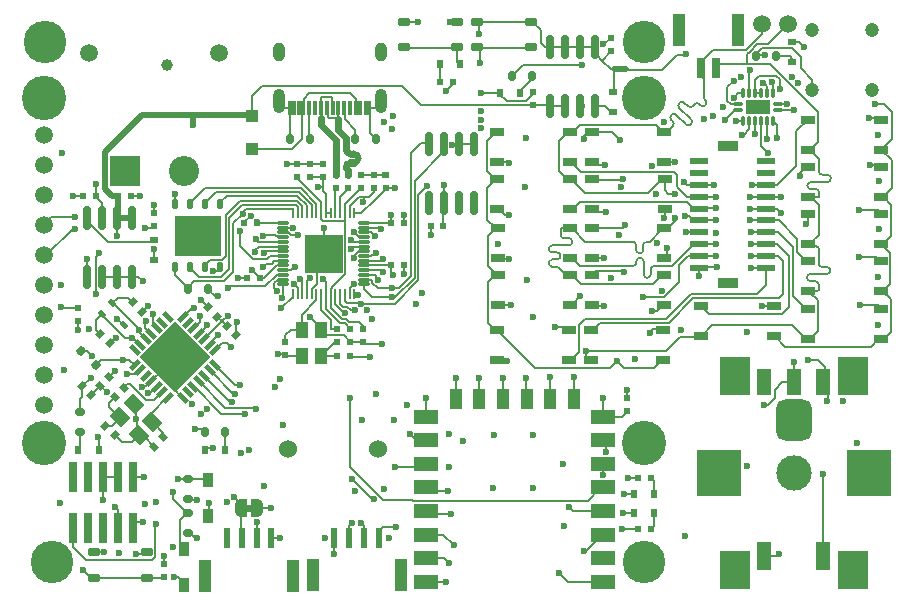
<source format=gbr>
%TF.GenerationSoftware,KiCad,Pcbnew,7.0.7*%
%TF.CreationDate,2023-09-12T16:19:00-04:00*%
%TF.ProjectId,eOPRA_interface,654f5052-415f-4696-9e74-657266616365,rev?*%
%TF.SameCoordinates,Original*%
%TF.FileFunction,Copper,L1,Top*%
%TF.FilePolarity,Positive*%
%FSLAX46Y46*%
G04 Gerber Fmt 4.6, Leading zero omitted, Abs format (unit mm)*
G04 Created by KiCad (PCBNEW 7.0.7) date 2023-09-12 16:19:00*
%MOMM*%
%LPD*%
G01*
G04 APERTURE LIST*
G04 Aperture macros list*
%AMRoundRect*
0 Rectangle with rounded corners*
0 $1 Rounding radius*
0 $2 $3 $4 $5 $6 $7 $8 $9 X,Y pos of 4 corners*
0 Add a 4 corners polygon primitive as box body*
4,1,4,$2,$3,$4,$5,$6,$7,$8,$9,$2,$3,0*
0 Add four circle primitives for the rounded corners*
1,1,$1+$1,$2,$3*
1,1,$1+$1,$4,$5*
1,1,$1+$1,$6,$7*
1,1,$1+$1,$8,$9*
0 Add four rect primitives between the rounded corners*
20,1,$1+$1,$2,$3,$4,$5,0*
20,1,$1+$1,$4,$5,$6,$7,0*
20,1,$1+$1,$6,$7,$8,$9,0*
20,1,$1+$1,$8,$9,$2,$3,0*%
%AMRotRect*
0 Rectangle, with rotation*
0 The origin of the aperture is its center*
0 $1 length*
0 $2 width*
0 $3 Rotation angle, in degrees counterclockwise*
0 Add horizontal line*
21,1,$1,$2,0,0,$3*%
%AMFreePoly0*
4,1,19,0.500000,-0.750000,0.000000,-0.750000,0.000000,-0.744911,-0.071157,-0.744911,-0.207708,-0.704816,-0.327430,-0.627875,-0.420627,-0.520320,-0.479746,-0.390866,-0.500000,-0.250000,-0.500000,0.250000,-0.479746,0.390866,-0.420627,0.520320,-0.327430,0.627875,-0.207708,0.704816,-0.071157,0.744911,0.000000,0.744911,0.000000,0.750000,0.500000,0.750000,0.500000,-0.750000,0.500000,-0.750000,
$1*%
%AMFreePoly1*
4,1,19,0.000000,0.744911,0.071157,0.744911,0.207708,0.704816,0.327430,0.627875,0.420627,0.520320,0.479746,0.390866,0.500000,0.250000,0.500000,-0.250000,0.479746,-0.390866,0.420627,-0.520320,0.327430,-0.627875,0.207708,-0.704816,0.071157,-0.744911,0.000000,-0.744911,0.000000,-0.750000,-0.500000,-0.750000,-0.500000,0.750000,0.000000,0.750000,0.000000,0.744911,0.000000,0.744911,
$1*%
G04 Aperture macros list end*
%TA.AperFunction,SMDPad,CuDef*%
%ADD10RotRect,0.500000X0.600000X135.000000*%
%TD*%
%TA.AperFunction,SMDPad,CuDef*%
%ADD11RoundRect,0.150000X0.250000X-0.150000X0.250000X0.150000X-0.250000X0.150000X-0.250000X-0.150000X0*%
%TD*%
%TA.AperFunction,SMDPad,CuDef*%
%ADD12RotRect,0.450000X0.700000X225.000000*%
%TD*%
%TA.AperFunction,SMDPad,CuDef*%
%ADD13R,1.200000X0.800000*%
%TD*%
%TA.AperFunction,ComponentPad*%
%ADD14C,1.508000*%
%TD*%
%TA.AperFunction,ComponentPad*%
%ADD15C,2.550000*%
%TD*%
%TA.AperFunction,ComponentPad*%
%ADD16R,2.550000X2.550000*%
%TD*%
%TA.AperFunction,SMDPad,CuDef*%
%ADD17R,2.000000X1.200000*%
%TD*%
%TA.AperFunction,SMDPad,CuDef*%
%ADD18R,1.100000X1.700000*%
%TD*%
%TA.AperFunction,SMDPad,CuDef*%
%ADD19RotRect,0.500000X0.600000X45.000000*%
%TD*%
%TA.AperFunction,SMDPad,CuDef*%
%ADD20R,0.600000X0.800000*%
%TD*%
%TA.AperFunction,ComponentPad*%
%ADD21C,3.600000*%
%TD*%
%TA.AperFunction,SMDPad,CuDef*%
%ADD22RoundRect,0.006000X-0.431500X-0.094000X0.431500X-0.094000X0.431500X0.094000X-0.431500X0.094000X0*%
%TD*%
%TA.AperFunction,SMDPad,CuDef*%
%ADD23RoundRect,0.020000X-0.080000X-0.417500X0.080000X-0.417500X0.080000X0.417500X-0.080000X0.417500X0*%
%TD*%
%TA.AperFunction,SMDPad,CuDef*%
%ADD24R,3.200000X3.200000*%
%TD*%
%TA.AperFunction,SMDPad,CuDef*%
%ADD25RoundRect,0.187500X0.312500X0.187500X-0.312500X0.187500X-0.312500X-0.187500X0.312500X-0.187500X0*%
%TD*%
%TA.AperFunction,SMDPad,CuDef*%
%ADD26RoundRect,0.150000X0.150000X-0.825000X0.150000X0.825000X-0.150000X0.825000X-0.150000X-0.825000X0*%
%TD*%
%TA.AperFunction,SMDPad,CuDef*%
%ADD27R,3.750000X4.000000*%
%TD*%
%TA.AperFunction,SMDPad,CuDef*%
%ADD28R,2.500000X3.200000*%
%TD*%
%TA.AperFunction,ComponentPad*%
%ADD29C,3.000000*%
%TD*%
%TA.AperFunction,ComponentPad*%
%ADD30RoundRect,0.750000X0.750000X1.000000X-0.750000X1.000000X-0.750000X-1.000000X0.750000X-1.000000X0*%
%TD*%
%TA.AperFunction,SMDPad,CuDef*%
%ADD31R,1.300000X2.200000*%
%TD*%
%TA.AperFunction,SMDPad,CuDef*%
%ADD32R,1.300000X2.400000*%
%TD*%
%TA.AperFunction,SMDPad,CuDef*%
%ADD33R,0.600000X0.500000*%
%TD*%
%TA.AperFunction,SMDPad,CuDef*%
%ADD34R,1.100000X1.100000*%
%TD*%
%TA.AperFunction,SMDPad,CuDef*%
%ADD35RoundRect,0.150000X0.282843X0.070711X0.070711X0.282843X-0.282843X-0.070711X-0.070711X-0.282843X0*%
%TD*%
%TA.AperFunction,SMDPad,CuDef*%
%ADD36RotRect,0.500000X0.600000X315.000000*%
%TD*%
%TA.AperFunction,SMDPad,CuDef*%
%ADD37RoundRect,0.150000X0.150000X0.250000X-0.150000X0.250000X-0.150000X-0.250000X0.150000X-0.250000X0*%
%TD*%
%TA.AperFunction,SMDPad,CuDef*%
%ADD38RoundRect,0.150000X-0.150000X-0.250000X0.150000X-0.250000X0.150000X0.250000X-0.150000X0.250000X0*%
%TD*%
%TA.AperFunction,SMDPad,CuDef*%
%ADD39R,0.300000X1.150000*%
%TD*%
%TA.AperFunction,ComponentPad*%
%ADD40O,1.000000X2.100000*%
%TD*%
%TA.AperFunction,ComponentPad*%
%ADD41O,1.000000X1.600000*%
%TD*%
%TA.AperFunction,SMDPad,CuDef*%
%ADD42R,0.800000X0.600000*%
%TD*%
%TA.AperFunction,SMDPad,CuDef*%
%ADD43R,0.500000X0.600000*%
%TD*%
%TA.AperFunction,SMDPad,CuDef*%
%ADD44C,0.500000*%
%TD*%
%TA.AperFunction,SMDPad,CuDef*%
%ADD45R,1.100000X1.400000*%
%TD*%
%TA.AperFunction,SMDPad,CuDef*%
%ADD46RoundRect,0.085000X-0.340000X0.515000X-0.340000X-0.515000X0.340000X-0.515000X0.340000X0.515000X0*%
%TD*%
%TA.AperFunction,SMDPad,CuDef*%
%ADD47R,1.800000X0.850000*%
%TD*%
%TA.AperFunction,SMDPad,CuDef*%
%ADD48R,1.600000X0.600000*%
%TD*%
%TA.AperFunction,SMDPad,CuDef*%
%ADD49RotRect,1.400000X1.100000X315.000000*%
%TD*%
%TA.AperFunction,SMDPad,CuDef*%
%ADD50R,2.150000X1.150000*%
%TD*%
%TA.AperFunction,SMDPad,CuDef*%
%ADD51O,0.850000X0.300000*%
%TD*%
%TA.AperFunction,SMDPad,CuDef*%
%ADD52O,0.300000X0.850000*%
%TD*%
%TA.AperFunction,ComponentPad*%
%ADD53C,1.200000*%
%TD*%
%TA.AperFunction,SMDPad,CuDef*%
%ADD54R,1.000000X2.700000*%
%TD*%
%TA.AperFunction,SMDPad,CuDef*%
%ADD55R,0.600000X1.700000*%
%TD*%
%TA.AperFunction,SMDPad,CuDef*%
%ADD56RoundRect,0.150000X-0.150000X0.825000X-0.150000X-0.825000X0.150000X-0.825000X0.150000X0.825000X0*%
%TD*%
%TA.AperFunction,ComponentPad*%
%ADD57C,1.524000*%
%TD*%
%TA.AperFunction,SMDPad,CuDef*%
%ADD58R,4.000000X3.400000*%
%TD*%
%TA.AperFunction,SMDPad,CuDef*%
%ADD59RoundRect,0.125000X0.125000X-0.262500X0.125000X0.262500X-0.125000X0.262500X-0.125000X-0.262500X0*%
%TD*%
%TA.AperFunction,SMDPad,CuDef*%
%ADD60RotRect,1.000000X0.370000X225.000000*%
%TD*%
%TA.AperFunction,SMDPad,CuDef*%
%ADD61RotRect,1.000000X0.370000X315.000000*%
%TD*%
%TA.AperFunction,SMDPad,CuDef*%
%ADD62RotRect,4.200000X4.200000X225.000000*%
%TD*%
%TA.AperFunction,SMDPad,CuDef*%
%ADD63R,0.990600X2.794000*%
%TD*%
%TA.AperFunction,SMDPad,CuDef*%
%ADD64R,0.660400X1.803400*%
%TD*%
%TA.AperFunction,SMDPad,CuDef*%
%ADD65FreePoly0,0.000000*%
%TD*%
%TA.AperFunction,SMDPad,CuDef*%
%ADD66FreePoly1,0.000000*%
%TD*%
%TA.AperFunction,SMDPad,CuDef*%
%ADD67R,0.760000X2.600000*%
%TD*%
%TA.AperFunction,ComponentPad*%
%ADD68C,3.750000*%
%TD*%
%TA.AperFunction,ComponentPad*%
%ADD69C,1.500000*%
%TD*%
%TA.AperFunction,ViaPad*%
%ADD70C,0.600000*%
%TD*%
%TA.AperFunction,ViaPad*%
%ADD71C,1.000000*%
%TD*%
%TA.AperFunction,Conductor*%
%ADD72C,0.200000*%
%TD*%
%TA.AperFunction,Conductor*%
%ADD73C,0.500000*%
%TD*%
%TA.AperFunction,Conductor*%
%ADD74C,0.600000*%
%TD*%
G04 APERTURE END LIST*
%TA.AperFunction,EtchedComponent*%
%TO.C,NT2*%
G36*
X151750000Y-80450000D02*
G01*
X150750000Y-80450000D01*
X150750000Y-79950000D01*
X151750000Y-79950000D01*
X151750000Y-80450000D01*
G37*
%TD.AperFunction*%
%TA.AperFunction,EtchedComponent*%
%TO.C,JP4*%
G36*
X120075000Y-117675000D02*
G01*
X119575000Y-117675000D01*
X119575000Y-117075000D01*
X120075000Y-117075000D01*
X120075000Y-117675000D01*
G37*
%TD.AperFunction*%
%TD*%
D10*
%TO.P,C35,1*%
%TO.N,GNDISO2*%
X118738909Y-102713909D03*
%TO.P,C35,2*%
%TO.N,+3V3*%
X117961091Y-101936091D03*
%TD*%
%TO.P,C33,1*%
%TO.N,+3V3*%
X117138909Y-101138909D03*
%TO.P,C33,2*%
%TO.N,GNDISO2*%
X116361091Y-100361091D03*
%TD*%
D11*
%TO.P,R91,1*%
%TO.N,Net-(D14-A)*%
X105475000Y-110900000D03*
%TO.P,R91,2*%
%TO.N,+5V*%
X105475000Y-109200000D03*
%TD*%
D12*
%TO.P,D1,1,A1*%
%TO.N,/CAN_L*%
X108252513Y-100008274D03*
%TO.P,D1,2,A2*%
%TO.N,/CAN_H*%
X107333274Y-100927513D03*
%TO.P,D1,3,common*%
%TO.N,GNDISO2*%
X109207107Y-101882107D03*
%TD*%
D13*
%TO.P,Q30,1*%
%TO.N,SWITCHING_3V3*%
X140820000Y-89520000D03*
%TO.P,Q30,2*%
%TO.N,Net-(Q30-Pad2)*%
X140820000Y-92060000D03*
%TO.P,Q30,3*%
%TO.N,CHAN_5B_OUT*%
X146970000Y-92060000D03*
%TO.P,Q30,4*%
%TO.N,EMG_LOW*%
X146970000Y-89520000D03*
%TD*%
D14*
%TO.P,U5,*%
%TO.N,*%
X106300000Y-78800000D03*
X117300000Y-78800000D03*
D15*
%TO.P,U5,1,-*%
%TO.N,GND*%
X114300000Y-88800000D03*
D16*
%TO.P,U5,2,+*%
%TO.N,Net-(U5-+)*%
X109300000Y-88800000D03*
%TD*%
D17*
%TO.P,U16,1,RESET*%
%TO.N,/ESP-Wifi/~{RESET}*%
X149825000Y-123600000D03*
%TO.P,U16,2,ADC*%
%TO.N,unconnected-(U16-ADC-Pad2)*%
X149825000Y-121600000D03*
%TO.P,U16,3,EN*%
%TO.N,/ESP-Wifi/EN*%
X149825000Y-119600000D03*
%TO.P,U16,4,IO16*%
%TO.N,Net-(U16-IO16)*%
X149825000Y-117600000D03*
%TO.P,U16,5,IO14*%
%TO.N,/ESP-Wifi/ESP_INT*%
X149825000Y-115600000D03*
%TO.P,U16,6,IO12*%
%TO.N,/ESP-Wifi/LED1*%
X149825000Y-113600000D03*
%TO.P,U16,7,IO13*%
%TO.N,/ESP-Wifi/LED2*%
X149825000Y-111600000D03*
%TO.P,U16,8,VCC*%
%TO.N,+3V3*%
X149825000Y-109600000D03*
D18*
%TO.P,U16,9,CS0*%
%TO.N,Net-(U16-CS0)*%
X147325000Y-108100000D03*
%TO.P,U16,10,MISO*%
%TO.N,Net-(U16-MISO)*%
X145325000Y-108100000D03*
%TO.P,U16,11,IO9*%
%TO.N,Net-(U16-IO9)*%
X143325000Y-108100000D03*
%TO.P,U16,12,IO10*%
%TO.N,Net-(U16-IO10)*%
X141325000Y-108100000D03*
%TO.P,U16,13,MOSI*%
%TO.N,Net-(U16-MOSI)*%
X139325000Y-108100000D03*
%TO.P,U16,14,SCLK*%
%TO.N,Net-(U16-SCLK)*%
X137325000Y-108100000D03*
D17*
%TO.P,U16,15,GND*%
%TO.N,GND*%
X134825000Y-109600000D03*
%TO.P,U16,16,IO15*%
%TO.N,Net-(U16-IO15)*%
X134825000Y-111600000D03*
%TO.P,U16,17,IO2*%
%TO.N,/ESP-Wifi/GPIO2*%
X134825000Y-113600000D03*
%TO.P,U16,18,IO0*%
%TO.N,/ESP-Wifi/GPIO0*%
X134825000Y-115600000D03*
%TO.P,U16,19,IO4*%
%TO.N,Net-(U16-IO4)*%
X134825000Y-117600000D03*
%TO.P,U16,20,IO5*%
%TO.N,Net-(U16-IO5)*%
X134825000Y-119600000D03*
%TO.P,U16,21,RXD*%
%TO.N,/RXD*%
X134825000Y-121600000D03*
%TO.P,U16,22,TXD*%
%TO.N,/TXD*%
X134825000Y-123600000D03*
%TD*%
D13*
%TO.P,Q27,1*%
%TO.N,SWITCHING_3V3*%
X140837500Y-85525000D03*
%TO.P,Q27,2*%
%TO.N,Net-(Q27-Pad2)*%
X140837500Y-88065000D03*
%TO.P,Q27,3*%
%TO.N,CHAN_6B_OUT*%
X146987500Y-88065000D03*
%TO.P,Q27,4*%
%TO.N,EMG_LOW*%
X146987500Y-85525000D03*
%TD*%
D19*
%TO.P,C22,1*%
%TO.N,GNDISO2*%
X111760050Y-112139950D03*
%TO.P,C22,2*%
%TO.N,Net-(U13-OSC1)*%
X112537868Y-111362132D03*
%TD*%
D20*
%TO.P,D3,1,K*%
%TO.N,Net-(D3-K)*%
X137650000Y-79775000D03*
%TO.P,D3,2,A*%
%TO.N,Net-(D3-A)*%
X135950000Y-79775000D03*
%TD*%
%TO.P,D11,1,K*%
%TO.N,GND*%
X152410000Y-116125000D03*
%TO.P,D11,2,A*%
%TO.N,Net-(D11-A)*%
X154110000Y-116125000D03*
%TD*%
D21*
%TO.P,U7,1*%
%TO.N,unconnected-(U7-Pad1)*%
X153250000Y-77850000D03*
%TD*%
D13*
%TO.P,Q7,1*%
%TO.N,SWITCHING_3V3*%
X148825000Y-97605000D03*
%TO.P,Q7,2*%
%TO.N,Net-(Q7-Pad2)*%
X148825000Y-100145000D03*
%TO.P,Q7,3*%
%TO.N,CHAN_0B_OUT*%
X154975000Y-100145000D03*
%TO.P,Q7,4*%
%TO.N,EMG_LOW*%
X154975000Y-97605000D03*
%TD*%
D22*
%TO.P,U10,1,IOVDD*%
%TO.N,+3V3*%
X122690000Y-93210000D03*
%TO.P,U10,2,GPIO0*%
%TO.N,/TX*%
X122690000Y-93610000D03*
%TO.P,U10,3,GPIO1*%
%TO.N,/RX*%
X122690000Y-94010000D03*
%TO.P,U10,4,GPIO2*%
%TO.N,/SCK0*%
X122690000Y-94410000D03*
%TO.P,U10,5,GPIO3*%
%TO.N,/MOSI0*%
X122690000Y-94810000D03*
%TO.P,U10,6,GPIO4*%
%TO.N,/MISO0*%
X122690000Y-95210000D03*
%TO.P,U10,7,GPIO5*%
%TO.N,/TFT_DC*%
X122690000Y-95610000D03*
%TO.P,U10,8,GPIO6*%
%TO.N,/SD_CS*%
X122690000Y-96010000D03*
%TO.P,U10,9,GPIO7*%
%TO.N,/ESP-Wifi/ESP_INT*%
X122690000Y-96410000D03*
%TO.P,U10,10,IOVDD*%
%TO.N,+3V3*%
X122690000Y-96810000D03*
%TO.P,U10,11,GPIO8*%
%TO.N,/BUZZER*%
X122690000Y-97210000D03*
%TO.P,U10,12,GPIO9*%
%TO.N,/TFT_CS*%
X122690000Y-97610000D03*
%TO.P,U10,13,GPIO10*%
%TO.N,/processor/SCK1*%
X122690000Y-98010000D03*
%TO.P,U10,14,GPIO11*%
%TO.N,/processor/MOSI1*%
X122690000Y-98410000D03*
D23*
%TO.P,U10,15,GPIO12*%
%TO.N,/processor/MISO1*%
X123525000Y-99245000D03*
%TO.P,U10,16,GPIO13*%
%TO.N,/processor/ENC_CTL_0*%
X123925000Y-99245000D03*
%TO.P,U10,17,GPIO14*%
%TO.N,/processor/ENC_CTL_1*%
X124325000Y-99245000D03*
%TO.P,U10,18,GPIO15*%
%TO.N,/processor/ENC_CTL_2*%
X124725000Y-99245000D03*
%TO.P,U10,19,TESTEN*%
%TO.N,GNDISO1*%
X125125000Y-99245000D03*
%TO.P,U10,20,XIN*%
%TO.N,Net-(U10-XIN)*%
X125525000Y-99245000D03*
%TO.P,U10,21,XOUT*%
%TO.N,Net-(U10-XOUT)*%
X125925000Y-99245000D03*
%TO.P,U10,22,IOVDD*%
%TO.N,+3V3*%
X126325000Y-99245000D03*
%TO.P,U10,23,DVDD*%
%TO.N,+1V1*%
X126725000Y-99245000D03*
%TO.P,U10,24,SWCLK*%
%TO.N,/SWCLK*%
X127125000Y-99245000D03*
%TO.P,U10,25,SWD*%
%TO.N,/SWDIO*%
X127525000Y-99245000D03*
%TO.P,U10,26,~{RUN}*%
%TO.N,/~{RESET}*%
X127925000Y-99245000D03*
%TO.P,U10,27,GPIO16*%
%TO.N,/processor/CAN_STBY*%
X128325000Y-99245000D03*
%TO.P,U10,28,GPIO17*%
%TO.N,/processor/~{Tx0RTS}*%
X128725000Y-99245000D03*
D22*
%TO.P,U10,29,GPIO18*%
%TO.N,/SDA1*%
X129560000Y-98410000D03*
%TO.P,U10,30,GPIO19*%
%TO.N,/SCL1*%
X129560000Y-98010000D03*
%TO.P,U10,31,GPIO20*%
%TO.N,/SDA0*%
X129560000Y-97610000D03*
%TO.P,U10,32,GPIO21*%
%TO.N,/SCL0*%
X129560000Y-97210000D03*
%TO.P,U10,33,IOVDD*%
%TO.N,+3V3*%
X129560000Y-96810000D03*
%TO.P,U10,34,GPIO22*%
%TO.N,/processor/CAN_INT*%
X129560000Y-96410000D03*
%TO.P,U10,35,GPIO23*%
%TO.N,/processor/~{Rx0BF}*%
X129560000Y-96010000D03*
%TO.P,U10,36,GPIO24*%
%TO.N,/ROT_ENC_0*%
X129560000Y-95610000D03*
%TO.P,U10,37,GPIO25*%
%TO.N,/ROT_ENC_1*%
X129560000Y-95210000D03*
%TO.P,U10,38,GPIO26_ADC0*%
%TO.N,/processor/A_IN_2_PIN*%
X129560000Y-94810000D03*
%TO.P,U10,39,GPIO27_ADC1*%
%TO.N,/processor/A_IN_3_PIN*%
X129560000Y-94410000D03*
%TO.P,U10,40,GPIO28_ADC2*%
%TO.N,/processor/CAN_CS*%
X129560000Y-94010000D03*
%TO.P,U10,41,GPIO29_ADC3*%
%TO.N,/processor/CAN_RESET*%
X129560000Y-93610000D03*
%TO.P,U10,42,IOVDD*%
%TO.N,+3V3*%
X129560000Y-93210000D03*
D23*
%TO.P,U10,43,ADC_AVDD*%
X128725000Y-92375000D03*
%TO.P,U10,44,VREG_VIN*%
X128325000Y-92375000D03*
%TO.P,U10,45,VREG_VOUT*%
%TO.N,+1V1*%
X127925000Y-92375000D03*
%TO.P,U10,46,USB_D-*%
%TO.N,Net-(U10-USB_D-)*%
X127525000Y-92375000D03*
%TO.P,U10,47,USB_D+*%
%TO.N,Net-(U10-USB_D+)*%
X127125000Y-92375000D03*
%TO.P,U10,48,USB_VDD*%
%TO.N,+3V3*%
X126725000Y-92375000D03*
%TO.P,U10,49,IOVDD*%
X126325000Y-92375000D03*
%TO.P,U10,50,DVDD*%
%TO.N,+1V1*%
X125925000Y-92375000D03*
%TO.P,U10,51,QSPI_SD3*%
%TO.N,/processor/QSPI_SD3*%
X125525000Y-92375000D03*
%TO.P,U10,52,QSPI_SCLK*%
%TO.N,/processor/QSPI_SCLK*%
X125125000Y-92375000D03*
%TO.P,U10,53,QSPI_SD0*%
%TO.N,/processor/QSPI_SD0*%
X124725000Y-92375000D03*
%TO.P,U10,54,QSPI_SD2*%
%TO.N,/processor/QSPI_SD2*%
X124325000Y-92375000D03*
%TO.P,U10,55,QSPI_SD1*%
%TO.N,/processor/QSPI_SD1*%
X123925000Y-92375000D03*
%TO.P,U10,56,QSPI_SS*%
%TO.N,/processor/QSPI_CS*%
X123525000Y-92375000D03*
D24*
%TO.P,U10,57,GND*%
%TO.N,GNDISO1*%
X126125000Y-95810000D03*
%TD*%
D25*
%TO.P,SW2,1,1*%
%TO.N,Net-(D3-K)*%
X137400000Y-78330000D03*
%TO.P,SW2,2,2*%
%TO.N,GND*%
X137400000Y-76180000D03*
%TO.P,SW2,3,3*%
%TO.N,Net-(D3-K)*%
X132900000Y-78330000D03*
%TO.P,SW2,4,4*%
%TO.N,GND*%
X132900000Y-76180000D03*
%TD*%
D26*
%TO.P,U15,1,EN*%
%TO.N,/regulator/SYS_PWR*%
X145270000Y-83275000D03*
%TO.P,U15,2,VIN*%
X146540000Y-83275000D03*
%TO.P,U15,3,VOUT*%
%TO.N,SWITCHING_3V3*%
X147810000Y-83275000D03*
%TO.P,U15,4,BYP*%
%TO.N,Net-(U15-BYP)*%
X149080000Y-83275000D03*
%TO.P,U15,5,GND*%
%TO.N,GND*%
X149080000Y-78325000D03*
%TO.P,U15,6,GND*%
X147810000Y-78325000D03*
%TO.P,U15,7,GND*%
X146540000Y-78325000D03*
%TO.P,U15,8,GND*%
X145270000Y-78325000D03*
%TD*%
D20*
%TO.P,D13,1,K*%
%TO.N,GND*%
X116050000Y-112450000D03*
%TO.P,D13,2,A*%
%TO.N,Net-(D13-A)*%
X117750000Y-112450000D03*
%TD*%
D13*
%TO.P,Q17,1*%
%TO.N,SWITCHING_3V3*%
X140860000Y-97600000D03*
%TO.P,Q17,2*%
%TO.N,Net-(Q17-Pad2)*%
X140860000Y-100140000D03*
%TO.P,Q17,3*%
%TO.N,CHAN_1B_OUT*%
X147010000Y-100140000D03*
%TO.P,Q17,4*%
%TO.N,EMG_LOW*%
X147010000Y-97600000D03*
%TD*%
D27*
%TO.P,SW7,*%
%TO.N,*%
X172325000Y-114400000D03*
D28*
X170950000Y-122600000D03*
X170950000Y-106200000D03*
D29*
X165950000Y-114400000D03*
D30*
X165950000Y-109900000D03*
D28*
X160950000Y-122600000D03*
X160950000Y-106200000D03*
D27*
X159575000Y-114400000D03*
D31*
%TO.P,SW7,A,A*%
%TO.N,Net-(R75-Pad1)*%
X168450000Y-106700000D03*
%TO.P,SW7,B,B*%
%TO.N,Net-(R76-Pad2)*%
X163450000Y-106700000D03*
%TO.P,SW7,C,C*%
%TO.N,GND*%
X165950000Y-106700000D03*
D32*
%TO.P,SW7,S1,S1*%
%TO.N,/peripherals/switch*%
X168450000Y-121400000D03*
%TO.P,SW7,S2,S2*%
%TO.N,GND*%
X163450000Y-121400000D03*
%TD*%
D33*
%TO.P,R18,1*%
%TO.N,+3V3*%
X112575000Y-122100000D03*
%TO.P,R18,2*%
%TO.N,/peripherals/~{TFT_RESET}*%
X112575000Y-123200000D03*
%TD*%
D10*
%TO.P,C24,1*%
%TO.N,GNDISO2*%
X108013909Y-103413909D03*
%TO.P,C24,2*%
%TO.N,/CAN_H*%
X107236091Y-102636091D03*
%TD*%
D34*
%TO.P,D4,1,K*%
%TO.N,/regulator/SYS_PWR*%
X120030000Y-84160000D03*
%TO.P,D4,2,A*%
%TO.N,VUSB*%
X120030000Y-86960000D03*
%TD*%
D33*
%TO.P,C30,1*%
%TO.N,SWITCHING_3V3*%
X150500000Y-77575000D03*
%TO.P,C30,2*%
%TO.N,GND*%
X150500000Y-78675000D03*
%TD*%
D25*
%TO.P,SW3,1,1*%
%TO.N,/peripherals/~{TFT_RESET}*%
X111150000Y-123255000D03*
%TO.P,SW3,2,2*%
%TO.N,GND*%
X111150000Y-121105000D03*
%TO.P,SW3,3,3*%
%TO.N,/peripherals/~{TFT_RESET}*%
X106650000Y-123255000D03*
%TO.P,SW3,4,4*%
%TO.N,GND*%
X106650000Y-121105000D03*
%TD*%
D35*
%TO.P,R15,1*%
%TO.N,/processor/CAN_STBY*%
X106826041Y-105251041D03*
%TO.P,R15,2*%
%TO.N,GNDISO2*%
X105623959Y-104048959D03*
%TD*%
D25*
%TO.P,SW6,1,1*%
%TO.N,/~{RESET}*%
X143650000Y-78330000D03*
%TO.P,SW6,2,2*%
%TO.N,GND*%
X143650000Y-76180000D03*
%TO.P,SW6,3,3*%
%TO.N,/~{RESET}*%
X139150000Y-78330000D03*
%TO.P,SW6,4,4*%
%TO.N,GND*%
X139150000Y-76180000D03*
%TD*%
D36*
%TO.P,C20,1*%
%TO.N,+5V*%
X105686091Y-107036091D03*
%TO.P,C20,2*%
%TO.N,GNDISO2*%
X106463909Y-107813909D03*
%TD*%
D13*
%TO.P,Q15,1*%
%TO.N,SWITCHING_3V3*%
X173300000Y-103025000D03*
%TO.P,Q15,2*%
%TO.N,Net-(Q15-Pad2)*%
X173300000Y-100485000D03*
%TO.P,Q15,3*%
%TO.N,CHAN_3A_OUT*%
X167150000Y-100485000D03*
%TO.P,Q15,4*%
%TO.N,EMG_HIGH*%
X167150000Y-103025000D03*
%TD*%
D37*
%TO.P,R89,1*%
%TO.N,Net-(D7-A)*%
X143800000Y-80750000D03*
%TO.P,R89,2*%
%TO.N,SWITCHING_3V3*%
X142100000Y-80750000D03*
%TD*%
D38*
%TO.P,R16,1*%
%TO.N,/processor/QSPI_CS*%
X114675000Y-98775000D03*
%TO.P,R16,2*%
%TO.N,+3V3*%
X116375000Y-98775000D03*
%TD*%
D33*
%TO.P,C14,1*%
%TO.N,+1V1*%
X123875000Y-89325000D03*
%TO.P,C14,2*%
%TO.N,GNDISO1*%
X123875000Y-88225000D03*
%TD*%
D13*
%TO.P,Q22,1*%
%TO.N,SWITCHING_3V3*%
X148845000Y-89515000D03*
%TO.P,Q22,2*%
%TO.N,Net-(Q22-Pad2)*%
X148845000Y-92055000D03*
%TO.P,Q22,3*%
%TO.N,CHAN_4B_OUT*%
X154995000Y-92055000D03*
%TO.P,Q22,4*%
%TO.N,EMG_LOW*%
X154995000Y-89515000D03*
%TD*%
D20*
%TO.P,D14,1,K*%
%TO.N,GNDISO2*%
X107075000Y-112400000D03*
%TO.P,D14,2,A*%
%TO.N,Net-(D14-A)*%
X105375000Y-112400000D03*
%TD*%
D33*
%TO.P,C10,1*%
%TO.N,+3V3*%
X126050000Y-89325000D03*
%TO.P,C10,2*%
%TO.N,GNDISO1*%
X126050000Y-88225000D03*
%TD*%
%TO.P,C34,1*%
%TO.N,+3V3*%
X151800000Y-109125000D03*
%TO.P,C34,2*%
%TO.N,GND*%
X151800000Y-108025000D03*
%TD*%
D37*
%TO.P,R90,1*%
%TO.N,Net-(D13-A)*%
X117800000Y-110950000D03*
%TO.P,R90,2*%
%TO.N,+3V3*%
X116100000Y-110950000D03*
%TD*%
D39*
%TO.P,U1,A1,GND*%
%TO.N,GND*%
X129985000Y-83445000D03*
%TO.P,U1,A4,VBUS*%
%TO.N,VUSB*%
X129185000Y-83445000D03*
%TO.P,U1,A5,CC1*%
%TO.N,Net-(U1-CC1)*%
X127885000Y-83445000D03*
%TO.P,U1,A6,D+*%
%TO.N,/USB_D+*%
X126885000Y-83445000D03*
%TO.P,U1,A7,D-*%
%TO.N,/USB_D-*%
X126385000Y-83445000D03*
%TO.P,U1,A8,SBU1*%
%TO.N,unconnected-(U1-SBU1-PadA8)*%
X125385000Y-83445000D03*
%TO.P,U1,A9,VBUS*%
%TO.N,VUSB*%
X124085000Y-83445000D03*
%TO.P,U1,A12,GND*%
%TO.N,GND*%
X123285000Y-83445000D03*
%TO.P,U1,B1,GND*%
X123585000Y-83445000D03*
%TO.P,U1,B4,VBUS*%
%TO.N,VUSB*%
X124385000Y-83445000D03*
%TO.P,U1,B5,CC2*%
%TO.N,Net-(U1-CC2)*%
X124885000Y-83445000D03*
%TO.P,U1,B6,D+*%
%TO.N,/USB_D+*%
X125885000Y-83445000D03*
%TO.P,U1,B7,D-*%
%TO.N,/USB_D-*%
X127385000Y-83445000D03*
%TO.P,U1,B8,SBU2*%
%TO.N,unconnected-(U1-SBU2-PadB8)*%
X128385000Y-83445000D03*
%TO.P,U1,B9,VBUS*%
%TO.N,VUSB*%
X128885000Y-83445000D03*
%TO.P,U1,B12,GND*%
%TO.N,GND*%
X129685000Y-83445000D03*
D40*
%TO.P,U1,S1,SHIELD*%
X130955000Y-82880000D03*
D41*
X130955000Y-78700000D03*
D40*
X122315000Y-82880000D03*
D41*
X122315000Y-78700000D03*
%TD*%
D19*
%TO.P,C19,1*%
%TO.N,GNDISO2*%
X107186091Y-106988909D03*
%TO.P,C19,2*%
%TO.N,+5V*%
X107963909Y-106211091D03*
%TD*%
D33*
%TO.P,C12,1*%
%TO.N,+3V3*%
X131450000Y-90250000D03*
%TO.P,C12,2*%
%TO.N,GNDISO1*%
X131450000Y-89150000D03*
%TD*%
D11*
%TO.P,R28,1*%
%TO.N,/A_IN_3*%
X114650000Y-119475000D03*
%TO.P,R28,2*%
%TO.N,/processor/A_IN_3_PIN*%
X114650000Y-117775000D03*
%TD*%
D13*
%TO.P,Q14,1*%
%TO.N,SWITCHING_3V3*%
X154900000Y-104835000D03*
%TO.P,Q14,2*%
%TO.N,Net-(Q14-Pad2)*%
X154900000Y-102295000D03*
%TO.P,Q14,3*%
%TO.N,CHAN_1A_OUT*%
X148750000Y-102295000D03*
%TO.P,Q14,4*%
%TO.N,EMG_HIGH*%
X148750000Y-104835000D03*
%TD*%
D42*
%TO.P,C2,1*%
%TO.N,Net-(U3-BYP)*%
X111775000Y-94625000D03*
%TO.P,C2,2*%
%TO.N,GND*%
X111775000Y-96325000D03*
%TD*%
D21*
%TO.P,U8,1*%
%TO.N,unconnected-(U8-Pad1)*%
X153250000Y-121900000D03*
%TD*%
D33*
%TO.P,R4,1*%
%TO.N,Net-(C5-Pad1)*%
X127275000Y-103275000D03*
%TO.P,R4,2*%
%TO.N,Net-(U10-XOUT)*%
X127275000Y-102175000D03*
%TD*%
D43*
%TO.P,C32,1*%
%TO.N,GND*%
X135180000Y-93430000D03*
%TO.P,C32,2*%
%TO.N,+3V3*%
X136280000Y-93430000D03*
%TD*%
D44*
%TO.P,NT2,1*%
%TO.N,GNDREF*%
X151750000Y-80200000D03*
%TO.P,NT2,2*%
%TO.N,GND*%
X150750000Y-80200000D03*
%TD*%
D13*
%TO.P,Q26,1*%
%TO.N,SWITCHING_3V3*%
X173300000Y-95025000D03*
%TO.P,Q26,2*%
%TO.N,Net-(Q26-Pad2)*%
X173300000Y-92485000D03*
%TO.P,Q26,3*%
%TO.N,CHAN_5A_OUT*%
X167150000Y-92485000D03*
%TO.P,Q26,4*%
%TO.N,EMG_HIGH*%
X167150000Y-95025000D03*
%TD*%
D33*
%TO.P,C8,1*%
%TO.N,+3V3*%
X128360000Y-102150000D03*
%TO.P,C8,2*%
%TO.N,GNDISO1*%
X128360000Y-103250000D03*
%TD*%
D13*
%TO.P,Q34,1*%
%TO.N,SWITCHING_3V3*%
X148837500Y-85510000D03*
%TO.P,Q34,2*%
%TO.N,Net-(Q34-Pad2)*%
X148837500Y-88050000D03*
%TO.P,Q34,3*%
%TO.N,CHAN_7B_OUT*%
X154987500Y-88050000D03*
%TO.P,Q34,4*%
%TO.N,EMG_LOW*%
X154987500Y-85510000D03*
%TD*%
D43*
%TO.P,C13,1*%
%TO.N,+3V3*%
X120525000Y-93225000D03*
%TO.P,C13,2*%
%TO.N,GNDISO1*%
X119425000Y-93225000D03*
%TD*%
D33*
%TO.P,C15,1*%
%TO.N,+1V1*%
X129450000Y-102150000D03*
%TO.P,C15,2*%
%TO.N,GNDISO1*%
X129450000Y-103250000D03*
%TD*%
D37*
%TO.P,R29,1*%
%TO.N,Net-(D10-A)*%
X164450000Y-79100000D03*
%TO.P,R29,2*%
%TO.N,Net-(SW4-A)*%
X162750000Y-79100000D03*
%TD*%
D43*
%TO.P,C7,1*%
%TO.N,+3V3*%
X131835000Y-93235000D03*
%TO.P,C7,2*%
%TO.N,GNDISO1*%
X132935000Y-93235000D03*
%TD*%
D45*
%TO.P,Y3,1,1*%
%TO.N,Net-(C5-Pad1)*%
X125885000Y-104485000D03*
%TO.P,Y3,2,2*%
%TO.N,GNDISO1*%
X125885000Y-102285000D03*
%TO.P,Y3,3,3*%
%TO.N,Net-(U10-XIN)*%
X124285000Y-102285000D03*
%TO.P,Y3,4,4*%
%TO.N,GNDISO1*%
X124285000Y-104485000D03*
%TD*%
D42*
%TO.P,C29,1*%
%TO.N,Net-(U15-BYP)*%
X150600000Y-83825000D03*
%TO.P,C29,2*%
%TO.N,GND*%
X150600000Y-82125000D03*
%TD*%
%TO.P,D10,1,K*%
%TO.N,GNDREF*%
X165825000Y-77900000D03*
%TO.P,D10,2,A*%
%TO.N,Net-(D10-A)*%
X165825000Y-79600000D03*
%TD*%
D10*
%TO.P,C23,1*%
%TO.N,GNDISO2*%
X110788909Y-100713909D03*
%TO.P,C23,2*%
%TO.N,/CAN_L*%
X110011091Y-99936091D03*
%TD*%
D38*
%TO.P,R2,1*%
%TO.N,Net-(U1-CC1)*%
X128825000Y-86075000D03*
%TO.P,R2,2*%
%TO.N,GND*%
X130525000Y-86075000D03*
%TD*%
D13*
%TO.P,Q20,1*%
%TO.N,SWITCHING_3V3*%
X173290000Y-99010000D03*
%TO.P,Q20,2*%
%TO.N,Net-(Q20-Pad2)*%
X173290000Y-96470000D03*
%TO.P,Q20,3*%
%TO.N,CHAN_4A_OUT*%
X167140000Y-96470000D03*
%TO.P,Q20,4*%
%TO.N,EMG_HIGH*%
X167140000Y-99010000D03*
%TD*%
D33*
%TO.P,C3,1*%
%TO.N,+3V3*%
X111750000Y-93500000D03*
%TO.P,C3,2*%
%TO.N,GND*%
X111750000Y-92400000D03*
%TD*%
D46*
%TO.P,D9,1,K*%
%TO.N,/processor/A_IN_3_PIN*%
X114300000Y-120850000D03*
%TO.P,D9,2,A*%
%TO.N,GND*%
X114300000Y-123900000D03*
%TD*%
D33*
%TO.P,C17,1*%
%TO.N,+3V3*%
X130375000Y-90250000D03*
%TO.P,C17,2*%
%TO.N,GNDISO1*%
X130375000Y-89150000D03*
%TD*%
%TO.P,R24,1*%
%TO.N,/USB_D-*%
X128225000Y-89150000D03*
%TO.P,R24,2*%
%TO.N,Net-(U10-USB_D-)*%
X128225000Y-90250000D03*
%TD*%
D43*
%TO.P,C25,1*%
%TO.N,+3V3*%
X131825000Y-96800000D03*
%TO.P,C25,2*%
%TO.N,GNDISO1*%
X132925000Y-96800000D03*
%TD*%
D13*
%TO.P,Q11,1*%
%TO.N,SWITCHING_3V3*%
X140875000Y-93625000D03*
%TO.P,Q11,2*%
%TO.N,Net-(Q11-Pad2)*%
X140875000Y-96165000D03*
%TO.P,Q11,3*%
%TO.N,CHAN_2B_OUT*%
X147025000Y-96165000D03*
%TO.P,Q11,4*%
%TO.N,EMG_LOW*%
X147025000Y-93625000D03*
%TD*%
D21*
%TO.P,U6,1*%
%TO.N,unconnected-(U6-Pad1)*%
X103100000Y-121900000D03*
%TD*%
D47*
%TO.P,J6,*%
%TO.N,*%
X160348175Y-98315000D03*
X160348175Y-86665000D03*
D48*
%TO.P,J6,1,P1*%
%TO.N,CHAN_0A_OUT*%
X163548175Y-96990000D03*
%TO.P,J6,2,P2*%
%TO.N,CHAN_0B_OUT*%
X157948175Y-96990000D03*
%TO.P,J6,3,P3*%
%TO.N,CHAN_1A_OUT*%
X163548175Y-95990000D03*
%TO.P,J6,4,P4*%
%TO.N,CHAN_1B_OUT*%
X157948175Y-95990000D03*
%TO.P,J6,5,P5*%
%TO.N,CHAN_2A_OUT*%
X163548175Y-94990000D03*
%TO.P,J6,6,P6*%
%TO.N,CHAN_2B_OUT*%
X157948175Y-94990000D03*
%TO.P,J6,7,P7*%
%TO.N,CHAN_3A_OUT*%
X163548175Y-93990000D03*
%TO.P,J6,8,P8*%
%TO.N,CHAN_3B_OUT*%
X157948175Y-93990000D03*
%TO.P,J6,9,P9*%
%TO.N,CHAN_4A_OUT*%
X163548175Y-92990000D03*
%TO.P,J6,10,P10*%
%TO.N,CHAN_4B_OUT*%
X157948175Y-92990000D03*
%TO.P,J6,11,P11*%
%TO.N,CHAN_5A_OUT*%
X163548175Y-91990000D03*
%TO.P,J6,12,P12*%
%TO.N,CHAN_5B_OUT*%
X157948175Y-91990000D03*
%TO.P,J6,13,P13*%
%TO.N,CHAN_6A_OUT*%
X163548175Y-90990000D03*
%TO.P,J6,14,P14*%
%TO.N,CHAN_6B_OUT*%
X157948175Y-90990000D03*
%TO.P,J6,15,P15*%
%TO.N,CHAN_7A_OUT*%
X163548175Y-89990000D03*
%TO.P,J6,16,P16*%
%TO.N,CHAN_7B_OUT*%
X157948175Y-89990000D03*
%TO.P,J6,17,P17*%
%TO.N,unconnected-(J6-P17-Pad17)*%
X163548175Y-88990000D03*
%TO.P,J6,18,P18*%
%TO.N,unconnected-(J6-P18-Pad18)*%
X157948175Y-88990000D03*
%TO.P,J6,19,P19*%
%TO.N,unconnected-(J6-P19-Pad19)*%
X163548175Y-87990000D03*
%TO.P,J6,20,P20*%
%TO.N,unconnected-(J6-P20-Pad20)*%
X157948175Y-87990000D03*
%TD*%
D13*
%TO.P,Q23,1*%
%TO.N,SWITCHING_3V3*%
X173325000Y-91000000D03*
%TO.P,Q23,2*%
%TO.N,Net-(Q23-Pad2)*%
X173325000Y-88460000D03*
%TO.P,Q23,3*%
%TO.N,CHAN_6A_OUT*%
X167175000Y-88460000D03*
%TO.P,Q23,4*%
%TO.N,EMG_HIGH*%
X167175000Y-91000000D03*
%TD*%
D21*
%TO.P,U9,1*%
%TO.N,unconnected-(U9-Pad1)*%
X102520000Y-77858175D03*
%TD*%
D33*
%TO.P,C28,1*%
%TO.N,GND*%
X143875000Y-82125000D03*
%TO.P,C28,2*%
%TO.N,/regulator/SYS_PWR*%
X143875000Y-83225000D03*
%TD*%
%TO.P,R23,1*%
%TO.N,/USB_D+*%
X127150000Y-89150000D03*
%TO.P,R23,2*%
%TO.N,Net-(U10-USB_D+)*%
X127150000Y-90250000D03*
%TD*%
D36*
%TO.P,C21,1*%
%TO.N,Net-(C21-Pad1)*%
X107661091Y-110411091D03*
%TO.P,C21,2*%
%TO.N,GNDISO2*%
X108438909Y-111188909D03*
%TD*%
D43*
%TO.P,C9,1*%
%TO.N,+3V3*%
X120710000Y-97890000D03*
%TO.P,C9,2*%
%TO.N,GNDISO1*%
X119610000Y-97890000D03*
%TD*%
D38*
%TO.P,R1,1*%
%TO.N,GND*%
X123310000Y-86090000D03*
%TO.P,R1,2*%
%TO.N,Net-(U1-CC2)*%
X125010000Y-86090000D03*
%TD*%
D49*
%TO.P,Y1,1,1*%
%TO.N,Net-(C21-Pad1)*%
X108923134Y-109631587D03*
%TO.P,Y1,2,2*%
%TO.N,GNDISO2*%
X110478769Y-111187222D03*
%TO.P,Y1,3,3*%
%TO.N,Net-(U13-OSC1)*%
X111610140Y-110055851D03*
%TO.P,Y1,4,4*%
%TO.N,GNDISO2*%
X110054505Y-108500216D03*
%TD*%
D20*
%TO.P,D12,1,K*%
%TO.N,GND*%
X152400000Y-117790000D03*
%TO.P,D12,2,A*%
%TO.N,Net-(D12-A)*%
X154100000Y-117790000D03*
%TD*%
D43*
%TO.P,R86,1*%
%TO.N,Net-(D12-A)*%
X153875000Y-119125000D03*
%TO.P,R86,2*%
%TO.N,/ESP-Wifi/LED1*%
X152775000Y-119125000D03*
%TD*%
D19*
%TO.P,R81,1*%
%TO.N,Net-(C21-Pad1)*%
X108436091Y-107938909D03*
%TO.P,R81,2*%
%TO.N,Net-(U13-OSC2)*%
X109213909Y-107161091D03*
%TD*%
D33*
%TO.P,C6,1*%
%TO.N,GND*%
X105350000Y-100375000D03*
%TO.P,C6,2*%
%TO.N,/regulator/SYS_PWR*%
X105350000Y-101475000D03*
%TD*%
D26*
%TO.P,U4,1,32khz*%
%TO.N,unconnected-(U4-32khz-Pad1)*%
X135020000Y-91500000D03*
%TO.P,U4,2,VCC*%
%TO.N,+3V3*%
X136290000Y-91500000D03*
%TO.P,U4,3,INT*%
%TO.N,unconnected-(U4-INT-Pad3)*%
X137560000Y-91500000D03*
%TO.P,U4,4,~{RST}*%
%TO.N,unconnected-(U4-~{RST}-Pad4)*%
X138830000Y-91500000D03*
%TO.P,U4,5,GND*%
%TO.N,GND*%
X138830000Y-86550000D03*
%TO.P,U4,6,VBAT*%
X137560000Y-86550000D03*
%TO.P,U4,7,SDA*%
%TO.N,/SDA1*%
X136290000Y-86550000D03*
%TO.P,U4,8,SCL*%
%TO.N,/SCL1*%
X135020000Y-86550000D03*
%TD*%
D13*
%TO.P,Q9,1*%
%TO.N,SWITCHING_3V3*%
X164250000Y-102800000D03*
%TO.P,Q9,2*%
%TO.N,Net-(Q9-Pad2)*%
X164250000Y-100260000D03*
%TO.P,Q9,3*%
%TO.N,CHAN_2A_OUT*%
X158100000Y-100260000D03*
%TO.P,Q9,4*%
%TO.N,EMG_HIGH*%
X158100000Y-102800000D03*
%TD*%
D33*
%TO.P,C4,1*%
%TO.N,GNDISO1*%
X122900000Y-104400000D03*
%TO.P,C4,2*%
%TO.N,Net-(U10-XIN)*%
X122900000Y-103300000D03*
%TD*%
D50*
%TO.P,U17,*%
%TO.N,*%
X162930000Y-83410000D03*
D51*
%TO.P,U17,1,A0*%
%TO.N,/processor/ENC_CTL_0*%
X164630000Y-83160000D03*
D52*
%TO.P,U17,2,A1*%
%TO.N,/processor/ENC_CTL_1*%
X164180000Y-82210000D03*
%TO.P,U17,3,A2*%
%TO.N,/processor/ENC_CTL_2*%
X163680000Y-82210000D03*
%TO.P,U17,4,~{G2A}*%
%TO.N,GNDREF*%
X163180000Y-82210000D03*
%TO.P,U17,5,~{G2B}*%
X162680000Y-82210000D03*
%TO.P,U17,6,G1*%
%TO.N,Net-(SW4-A)*%
X162180000Y-82210000D03*
%TO.P,U17,7,Y7*%
%TO.N,/switch_control/CHAN_7*%
X161680000Y-82210000D03*
D51*
%TO.P,U17,8,GND*%
%TO.N,GNDREF*%
X161230000Y-83160000D03*
%TO.P,U17,9,Y6*%
%TO.N,/switch_control/CHAN_6*%
X161230000Y-83660000D03*
D52*
%TO.P,U17,10,Y5*%
%TO.N,/switch_control/CHAN_5*%
X161680000Y-84610000D03*
%TO.P,U17,11,Y4*%
%TO.N,/switch_control/CHAN_4*%
X162180000Y-84610000D03*
%TO.P,U17,12,Y3*%
%TO.N,/switch_control/CHAN_3*%
X162680000Y-84610000D03*
%TO.P,U17,13,Y2*%
%TO.N,/switch_control/CHAN_2*%
X163180000Y-84610000D03*
%TO.P,U17,14,Y1*%
%TO.N,/switch_control/CHAN_1*%
X163680000Y-84610000D03*
%TO.P,U17,15,Y0*%
%TO.N,/switch_control/CHAN_0*%
X164180000Y-84610000D03*
D51*
%TO.P,U17,16,VDD*%
%TO.N,SWITCHING_3V3*%
X164630000Y-83660000D03*
%TD*%
D20*
%TO.P,D7,1,K*%
%TO.N,GND*%
X141025000Y-82225000D03*
%TO.P,D7,2,A*%
%TO.N,Net-(D7-A)*%
X142725000Y-82225000D03*
%TD*%
D53*
%TO.P,SW4,*%
%TO.N,*%
X172555000Y-81987500D03*
X172555000Y-76907500D03*
%TO.P,SW4,1,A*%
%TO.N,Net-(SW4-A)*%
X167475000Y-81987500D03*
%TO.P,SW4,2,B*%
%TO.N,SWITCHING_3V3*%
X167475000Y-76907500D03*
%TD*%
D33*
%TO.P,C11,1*%
%TO.N,+3V3*%
X124975000Y-89325000D03*
%TO.P,C11,2*%
%TO.N,GNDISO1*%
X124975000Y-88225000D03*
%TD*%
D43*
%TO.P,R84,1*%
%TO.N,Net-(D11-A)*%
X153825000Y-114775000D03*
%TO.P,R84,2*%
%TO.N,/ESP-Wifi/LED2*%
X152725000Y-114775000D03*
%TD*%
%TO.P,R17,1*%
%TO.N,/processor/QSPI_CS*%
X137125000Y-81300000D03*
%TO.P,R17,2*%
%TO.N,Net-(D3-A)*%
X136025000Y-81300000D03*
%TD*%
D54*
%TO.P,J5,*%
%TO.N,*%
X116100000Y-123075000D03*
X123550000Y-123075000D03*
D55*
%TO.P,J5,1,1*%
%TO.N,GND*%
X117950000Y-119875000D03*
%TO.P,J5,2,2*%
%TO.N,/CAN_L*%
X119200000Y-119875000D03*
%TO.P,J5,3,3*%
%TO.N,/CAN_H*%
X120450000Y-119875000D03*
%TO.P,J5,4,4*%
%TO.N,+3V3*%
X121700000Y-119875000D03*
%TD*%
D46*
%TO.P,D8,1,K*%
%TO.N,/processor/A_IN_2_PIN*%
X116325000Y-114980000D03*
%TO.P,D8,2,A*%
%TO.N,GND*%
X116325000Y-118030000D03*
%TD*%
D33*
%TO.P,C16,1*%
%TO.N,+1V1*%
X129300000Y-90250000D03*
%TO.P,C16,2*%
%TO.N,GNDISO1*%
X129300000Y-89150000D03*
%TD*%
D56*
%TO.P,U3,1,EN*%
%TO.N,/regulator/SYS_PWR*%
X109930000Y-92800000D03*
%TO.P,U3,2,VIN*%
X108660000Y-92800000D03*
%TO.P,U3,3,VOUT*%
%TO.N,+3V3*%
X107390000Y-92800000D03*
%TO.P,U3,4,BYP*%
%TO.N,Net-(U3-BYP)*%
X106120000Y-92800000D03*
%TO.P,U3,5,GND*%
%TO.N,GND*%
X106120000Y-97750000D03*
%TO.P,U3,6,GND*%
X107390000Y-97750000D03*
%TO.P,U3,7,GND*%
X108660000Y-97750000D03*
%TO.P,U3,8,GND*%
X109930000Y-97750000D03*
%TD*%
D57*
%TO.P,SP1,1,+*%
%TO.N,Net-(SP1-+)*%
X123125000Y-112325000D03*
%TO.P,SP1,2,-*%
%TO.N,Net-(Q3-D)*%
X130725000Y-112325000D03*
%TD*%
D58*
%TO.P,U11,*%
%TO.N,*%
X115455000Y-94272500D03*
D59*
%TO.P,U11,1,~{CS}*%
%TO.N,/processor/QSPI_CS*%
X113550000Y-96935000D03*
%TO.P,U11,2,DO(IO1)*%
%TO.N,/processor/QSPI_SD1*%
X114820000Y-96935000D03*
%TO.P,U11,3,WP(IO2)*%
%TO.N,/processor/QSPI_SD2*%
X116090000Y-96935000D03*
%TO.P,U11,4,GND*%
%TO.N,GND*%
X117360000Y-96935000D03*
%TO.P,U11,5,DI(IO0)*%
%TO.N,/processor/QSPI_SD0*%
X117360000Y-91610000D03*
%TO.P,U11,6,CLK*%
%TO.N,/processor/QSPI_SCLK*%
X116090000Y-91610000D03*
%TO.P,U11,7,HOLD(IO3)*%
%TO.N,/processor/QSPI_SD3*%
X114820000Y-91610000D03*
%TO.P,U11,8,VCC*%
%TO.N,+3V3*%
X113550000Y-91610000D03*
%TD*%
D60*
%TO.P,U13,1,~{CS}*%
%TO.N,/processor/CAN_CS*%
X116944113Y-103963604D03*
%TO.P,U13,2,~{RESET}*%
%TO.N,/processor/CAN_RESET*%
X116484493Y-103503984D03*
%TO.P,U13,3,VDD*%
%TO.N,+3V3*%
X116024874Y-103044365D03*
%TO.P,U13,4,TxCAN*%
%TO.N,Net-(U13-TXD)*%
X115565254Y-102584746D03*
%TO.P,U13,5,RxCAN*%
%TO.N,Net-(U13-RXD)*%
X115105635Y-102125126D03*
%TO.P,U13,6,CLKOUT*%
%TO.N,unconnected-(U13-CLKOUT-Pad6)*%
X114646016Y-101665507D03*
%TO.P,U13,7,~{Tx0RTS}*%
%TO.N,/processor/~{Tx0RTS}*%
X114186396Y-101205887D03*
D61*
%TO.P,U13,8,~{Tx1RTS}*%
%TO.N,unconnected-(U13-~{Tx1RTS}-Pad8)*%
X112913604Y-101205887D03*
%TO.P,U13,9,~{Tx2RTS}*%
%TO.N,unconnected-(U13-~{Tx2RTS}-Pad9)*%
X112453984Y-101665507D03*
%TO.P,U13,10,RXD*%
%TO.N,Net-(U13-RXD)*%
X111994365Y-102125126D03*
%TO.P,U13,11,VIO*%
%TO.N,+3V3*%
X111534746Y-102584746D03*
%TO.P,U13,12,CANL*%
%TO.N,/CAN_L*%
X111075126Y-103044365D03*
%TO.P,U13,13,CANH*%
%TO.N,/CAN_H*%
X110615507Y-103503984D03*
%TO.P,U13,14,NC*%
%TO.N,unconnected-(U13-NC-Pad14)*%
X110155887Y-103963604D03*
D60*
%TO.P,U13,15,STBY*%
%TO.N,/processor/CAN_STBY*%
X110155887Y-105236396D03*
%TO.P,U13,16,TXD*%
%TO.N,Net-(U13-TXD)*%
X110615507Y-105696016D03*
%TO.P,U13,17,NC*%
%TO.N,unconnected-(U13-NC-Pad17)*%
X111075126Y-106155635D03*
%TO.P,U13,18,VSS*%
%TO.N,GNDISO2*%
X111534746Y-106615254D03*
%TO.P,U13,19,VDDA*%
%TO.N,+5V*%
X111994365Y-107074874D03*
%TO.P,U13,20,OSC2*%
%TO.N,Net-(U13-OSC2)*%
X112453984Y-107534493D03*
%TO.P,U13,21,OSC1*%
%TO.N,Net-(U13-OSC1)*%
X112913604Y-107994113D03*
D61*
%TO.P,U13,22,GND*%
%TO.N,GNDISO2*%
X114186396Y-107994113D03*
%TO.P,U13,23,~{Rx1BF}*%
%TO.N,unconnected-(U13-~{Rx1BF}-Pad23)*%
X114646016Y-107534493D03*
%TO.P,U13,24,~{Rx0BF}*%
%TO.N,/processor/~{Rx0BF}*%
X115105635Y-107074874D03*
%TO.P,U13,25,~{INT}*%
%TO.N,/processor/CAN_INT*%
X115565254Y-106615254D03*
%TO.P,U13,26,SCK*%
%TO.N,/processor/SCK1*%
X116024874Y-106155635D03*
%TO.P,U13,27,MOSI*%
%TO.N,/processor/MOSI1*%
X116484493Y-105696016D03*
%TO.P,U13,28,MISO*%
%TO.N,/processor/MISO1*%
X116944113Y-105236396D03*
D62*
%TO.P,U13,29,EP*%
%TO.N,GNDISO2*%
X113550000Y-104600000D03*
%TD*%
D43*
%TO.P,C1,1*%
%TO.N,GND*%
X109800000Y-90950000D03*
%TO.P,C1,2*%
%TO.N,/regulator/SYS_PWR*%
X108700000Y-90950000D03*
%TD*%
D63*
%TO.P,J4,*%
%TO.N,*%
X161199999Y-76909978D03*
X156250001Y-76909978D03*
D64*
%TO.P,J4,1,1*%
%TO.N,EMG_HIGH*%
X159350000Y-80119979D03*
%TO.P,J4,2,2*%
%TO.N,EMG_LOW*%
X158100000Y-80119979D03*
%TD*%
D65*
%TO.P,JP4,1,1*%
%TO.N,/CAN_L*%
X119175000Y-117375000D03*
D66*
%TO.P,JP4,2,2*%
%TO.N,Net-(JP4-Pad2)*%
X120475000Y-117375000D03*
%TD*%
D54*
%TO.P,J8,*%
%TO.N,*%
X125200000Y-123050000D03*
X132650000Y-123050000D03*
D55*
%TO.P,J8,1,1*%
%TO.N,GND*%
X127050000Y-119850000D03*
%TO.P,J8,2,2*%
%TO.N,/SCL0*%
X128300000Y-119850000D03*
%TO.P,J8,3,3*%
%TO.N,/SDA0*%
X129550000Y-119850000D03*
%TO.P,J8,4,4*%
%TO.N,+3V3*%
X130800000Y-119850000D03*
%TD*%
D67*
%TO.P,U2,1,Vref*%
%TO.N,+3V3*%
X109965000Y-114750000D03*
%TO.P,U2,2,SWDIO/TMS*%
%TO.N,/SWDIO*%
X109965000Y-119050000D03*
%TO.P,U2,3,GND*%
%TO.N,GND*%
X108695000Y-114750000D03*
%TO.P,U2,4,SWDCLK/TCK*%
%TO.N,/SWCLK*%
X108695000Y-119050000D03*
%TO.P,U2,5,GND*%
%TO.N,GND*%
X107425000Y-114750000D03*
%TO.P,U2,6,SWO/TDO*%
%TO.N,unconnected-(U2-SWO{slash}TDO-Pad6)*%
X107425000Y-119050000D03*
%TO.P,U2,7,KEY*%
%TO.N,unconnected-(U2-KEY-Pad7)*%
X106155000Y-114750000D03*
%TO.P,U2,8,NC/TDI*%
%TO.N,unconnected-(U2-NC{slash}TDI-Pad8)*%
X106155000Y-119050000D03*
%TO.P,U2,9,GNDDetect*%
%TO.N,unconnected-(U2-GNDDetect-Pad9)*%
X104885000Y-114750000D03*
%TO.P,U2,10,~{RESET}*%
%TO.N,/~{RESET}*%
X104885000Y-119050000D03*
%TD*%
D13*
%TO.P,Q1,1*%
%TO.N,SWITCHING_3V3*%
X140780000Y-102280000D03*
%TO.P,Q1,2*%
%TO.N,Net-(Q1-Pad2)*%
X140780000Y-104820000D03*
%TO.P,Q1,3*%
%TO.N,CHAN_0A_OUT*%
X146930000Y-104820000D03*
%TO.P,Q1,4*%
%TO.N,EMG_HIGH*%
X146930000Y-102280000D03*
%TD*%
D43*
%TO.P,C5,1*%
%TO.N,Net-(C5-Pad1)*%
X127225000Y-104450000D03*
%TO.P,C5,2*%
%TO.N,GNDISO1*%
X128325000Y-104450000D03*
%TD*%
D68*
%TO.P,U12,*%
%TO.N,*%
X102450000Y-82613175D03*
X102450000Y-111823175D03*
X153250000Y-82613175D03*
X153250000Y-111823175D03*
D69*
%TO.P,U12,1,LITE*%
%TO.N,Net-(U12-LITE)*%
X102450000Y-108648175D03*
%TO.P,U12,2,MISO*%
%TO.N,/MISO0*%
X102450000Y-106108175D03*
%TO.P,U12,3,SCK*%
%TO.N,/SCK0*%
X102450000Y-103568175D03*
%TO.P,U12,4,MOSI*%
%TO.N,/MOSI0*%
X102450000Y-101028175D03*
%TO.P,U12,5,TFT_CS*%
%TO.N,/TFT_CS*%
X102450000Y-98488175D03*
%TO.P,U12,6,SD_CS*%
%TO.N,/SD_CS*%
X102450000Y-95948175D03*
%TO.P,U12,7,D/C*%
%TO.N,/TFT_DC*%
X102450000Y-93408175D03*
%TO.P,U12,8,~{RESET}*%
%TO.N,/peripherals/~{TFT_RESET}*%
X102450000Y-90868175D03*
%TO.P,U12,9,VCC*%
%TO.N,+3V3*%
X102450000Y-88328175D03*
%TO.P,U12,10,GND*%
%TO.N,GND*%
X102450000Y-85788175D03*
%TD*%
D13*
%TO.P,Q18,1*%
%TO.N,SWITCHING_3V3*%
X148835000Y-93610000D03*
%TO.P,Q18,2*%
%TO.N,Net-(Q18-Pad2)*%
X148835000Y-96150000D03*
%TO.P,Q18,3*%
%TO.N,CHAN_3B_OUT*%
X154985000Y-96150000D03*
%TO.P,Q18,4*%
%TO.N,EMG_LOW*%
X154985000Y-93610000D03*
%TD*%
D43*
%TO.P,C18,1*%
%TO.N,GND*%
X105720000Y-90950000D03*
%TO.P,C18,2*%
%TO.N,+3V3*%
X106820000Y-90950000D03*
%TD*%
D13*
%TO.P,Q31,1*%
%TO.N,SWITCHING_3V3*%
X173325000Y-87000000D03*
%TO.P,Q31,2*%
%TO.N,Net-(Q31-Pad2)*%
X173325000Y-84460000D03*
%TO.P,Q31,3*%
%TO.N,CHAN_7A_OUT*%
X167175000Y-84460000D03*
%TO.P,Q31,4*%
%TO.N,EMG_HIGH*%
X167175000Y-87000000D03*
%TD*%
D11*
%TO.P,R27,1*%
%TO.N,/A_IN_2*%
X114650000Y-116600000D03*
%TO.P,R27,2*%
%TO.N,/processor/A_IN_2_PIN*%
X114650000Y-114900000D03*
%TD*%
D69*
%TO.P,TP4,1*%
%TO.N,EMG_HIGH*%
X165450000Y-76400000D03*
%TD*%
%TO.P,TP10,1*%
%TO.N,EMG_LOW*%
X163275000Y-76400000D03*
%TD*%
D70*
%TO.N,/regulator/SYS_PWR*%
X106825000Y-99229949D03*
X107137500Y-95762500D03*
X105375000Y-102250500D03*
X108660000Y-94300000D03*
X115080000Y-84900000D03*
%TO.N,+3V3*%
X110900000Y-114700000D03*
X131850000Y-92500000D03*
X162000000Y-113800000D03*
X122475000Y-119875000D03*
X115275000Y-110675000D03*
X131242562Y-115698500D03*
X146475000Y-118850000D03*
X131970000Y-97650000D03*
X132259792Y-118965208D03*
X108775000Y-121175000D03*
X111125000Y-101500000D03*
X170125000Y-108325000D03*
X132200000Y-90275000D03*
X129475000Y-91475000D03*
X121050000Y-115475000D03*
X120030000Y-97160000D03*
X125644085Y-90125000D03*
X112575000Y-121375000D03*
X146375000Y-113595000D03*
X122730000Y-110310000D03*
X103825000Y-116925000D03*
X113550000Y-90800000D03*
X120500000Y-93150000D03*
X136725000Y-113850000D03*
X117175000Y-99400000D03*
X126079500Y-97925000D03*
X136290000Y-90030000D03*
X149800000Y-108025000D03*
X111000000Y-93600000D03*
X126275000Y-119875000D03*
X118025000Y-101050000D03*
X137895000Y-111700004D03*
X106825000Y-89925000D03*
%TO.N,+5V*%
X111247506Y-107602922D03*
X106400000Y-106300000D03*
X108437500Y-105762500D03*
%TO.N,/CAN_L*%
X110533564Y-102263929D03*
X118575000Y-116400000D03*
%TO.N,/CAN_H*%
X117943035Y-116827756D03*
X120450000Y-118551500D03*
X109925000Y-102915653D03*
%TO.N,/ROT_ENC_0*%
X128700000Y-96200000D03*
X133920500Y-100080000D03*
%TO.N,/ROT_ENC_1*%
X134470000Y-99160000D03*
X128481500Y-95384566D03*
%TO.N,/ESP-Wifi/EN*%
X148175000Y-120975000D03*
%TO.N,/A_IN_2*%
X115450000Y-116650000D03*
%TO.N,/A_IN_3*%
X115399414Y-119900586D03*
%TO.N,/RX*%
X111900000Y-116850000D03*
X123936423Y-94248750D03*
%TO.N,/TX*%
X111015952Y-116989463D03*
X123550000Y-93630000D03*
%TO.N,/SCL1*%
X131930000Y-98740000D03*
X128760603Y-115884431D03*
%TO.N,/SDA1*%
X128525000Y-114900000D03*
X130400000Y-116600000D03*
X131937311Y-99491895D03*
%TO.N,EMG_HIGH*%
X148360498Y-104026500D03*
X145740000Y-101990000D03*
%TO.N,EMG_LOW*%
X155840000Y-90740000D03*
X155853819Y-92797760D03*
%TO.N,CHAN_0A_OUT*%
X162290000Y-96990000D03*
%TO.N,CHAN_0B_OUT*%
X157920000Y-97740000D03*
X159400000Y-96975000D03*
X153900000Y-100650000D03*
%TO.N,CHAN_1A_OUT*%
X162290000Y-95980000D03*
%TO.N,CHAN_1B_OUT*%
X147875000Y-99376500D03*
X159330000Y-95990000D03*
X153180000Y-99480500D03*
%TO.N,CHAN_2A_OUT*%
X162280000Y-94990000D03*
%TO.N,CHAN_2B_OUT*%
X159310000Y-95000000D03*
%TO.N,CHAN_3A_OUT*%
X162280000Y-94010000D03*
%TO.N,CHAN_3B_OUT*%
X155200000Y-95340000D03*
X156770000Y-94010000D03*
X159370000Y-94030000D03*
%TO.N,CHAN_4A_OUT*%
X162260000Y-92990000D03*
%TO.N,CHAN_4B_OUT*%
X154950000Y-92783498D03*
X159310000Y-93000000D03*
X156739157Y-92629160D03*
%TO.N,CHAN_5A_OUT*%
X162270000Y-91990000D03*
X166980000Y-93290000D03*
X164890000Y-92380000D03*
%TO.N,CHAN_5B_OUT*%
X159330000Y-91960000D03*
%TO.N,CHAN_6A_OUT*%
X162250000Y-90990000D03*
X166425000Y-89275000D03*
X164820000Y-90980000D03*
%TO.N,CHAN_6B_OUT*%
X159320000Y-90970000D03*
%TO.N,CHAN_7A_OUT*%
X162375000Y-90000000D03*
%TO.N,CHAN_7B_OUT*%
X155900000Y-88060000D03*
X156620000Y-89750000D03*
X159200000Y-90000000D03*
%TO.N,/SCL0*%
X131150174Y-97336500D03*
X128548499Y-118573498D03*
%TO.N,/SDA0*%
X130773500Y-98062366D03*
X129275000Y-118573498D03*
%TO.N,Net-(Q1-Pad2)*%
X141690000Y-104870000D03*
%TO.N,GNDISO1*%
X123025000Y-88225000D03*
X126125000Y-93625000D03*
X118910000Y-97890000D03*
X124979500Y-101159920D03*
X122233402Y-104283403D03*
X131113714Y-103430871D03*
X130075000Y-104550000D03*
X132930000Y-97550000D03*
X119971297Y-92621297D03*
X132940000Y-92500000D03*
X131350000Y-89125000D03*
%TO.N,Net-(Q7-Pad2)*%
X149859782Y-100277460D03*
%TO.N,Net-(Q9-Pad2)*%
X163225000Y-100250000D03*
%TO.N,Net-(Q11-Pad2)*%
X141850000Y-96295000D03*
%TO.N,Net-(Q14-Pad2)*%
X153725500Y-102500000D03*
%TO.N,Net-(Q15-Pad2)*%
X171525000Y-100175000D03*
%TO.N,Net-(Q17-Pad2)*%
X141966170Y-100135390D03*
%TO.N,Net-(Q18-Pad2)*%
X149866892Y-96198211D03*
%TO.N,Net-(Q20-Pad2)*%
X171425000Y-96100000D03*
%TO.N,Net-(Q22-Pad2)*%
X150000000Y-92300000D03*
%TO.N,Net-(Q23-Pad2)*%
X172390943Y-88281625D03*
%TO.N,Net-(Q26-Pad2)*%
X171424500Y-92100000D03*
%TO.N,Net-(Q27-Pad2)*%
X141857406Y-88103453D03*
%TO.N,Net-(Q30-Pad2)*%
X141850000Y-92525000D03*
%TO.N,Net-(Q31-Pad2)*%
X172323340Y-84341689D03*
%TO.N,Net-(Q34-Pad2)*%
X149950000Y-88280000D03*
%TO.N,/switch_control/CHAN_0*%
X150500000Y-97829500D03*
X143900000Y-101150000D03*
X164510000Y-86030000D03*
%TO.N,/BUZZER*%
X130575000Y-107675000D03*
X123686494Y-96896494D03*
%TO.N,/processor/CAN_CS*%
X130220000Y-101340000D03*
X119800000Y-112425000D03*
X130460000Y-94320000D03*
X116259260Y-108928844D03*
X118300000Y-103750000D03*
%TO.N,/processor/CAN_STBY*%
X114957890Y-108532890D03*
X128693000Y-98378000D03*
X109125000Y-104775000D03*
X122397292Y-106447292D03*
%TO.N,/processor/QSPI_CS*%
X136525000Y-82050000D03*
X119266571Y-92416571D03*
%TO.N,/peripherals/~{TFT_RESET}*%
X105800000Y-122600000D03*
%TO.N,/switch_control/CHAN_1*%
X143320000Y-98070000D03*
X163709116Y-86082057D03*
X152520000Y-104720000D03*
%TO.N,/processor/CAN_RESET*%
X115725000Y-109425000D03*
X129809050Y-100566500D03*
X119097222Y-112647222D03*
X117225000Y-102725000D03*
X130980000Y-93736500D03*
%TO.N,/switch_control/CHAN_2*%
X140925000Y-94950000D03*
X163750000Y-87260498D03*
X162000000Y-102474500D03*
%TO.N,/switch_control/CHAN_3*%
X151175000Y-94250000D03*
X162650721Y-85680558D03*
X173050000Y-101875000D03*
%TO.N,/switch_control/CHAN_4*%
X173050000Y-97825000D03*
X161590000Y-85730000D03*
X151290000Y-90150000D03*
%TO.N,/switch_control/CHAN_6*%
X143225000Y-86025000D03*
X160150000Y-84475000D03*
X173150000Y-89634500D03*
%TO.N,/switch_control/CHAN_5*%
X173125000Y-93750000D03*
X161020000Y-84540000D03*
X143190000Y-90200000D03*
%TO.N,/switch_control/CHAN_7*%
X173100000Y-85800000D03*
X160839458Y-82595197D03*
X154972292Y-84622292D03*
%TO.N,Net-(R75-Pad1)*%
X167150000Y-104790000D03*
X168790000Y-108250000D03*
%TO.N,Net-(R76-Pad2)*%
X163525000Y-106950000D03*
%TO.N,/~{RESET}*%
X111900068Y-118706783D03*
X129270000Y-100040000D03*
X134880000Y-90098500D03*
X139330000Y-79650000D03*
%TO.N,/TFT_CS*%
X118025000Y-98700000D03*
X103900000Y-98480000D03*
%TO.N,/SWDIO*%
X110825000Y-118529500D03*
X128755550Y-100613363D03*
%TO.N,/SWCLK*%
X108425000Y-117250000D03*
X127900001Y-100835501D03*
%TO.N,/SCK0*%
X121040000Y-94280500D03*
%TO.N,/MOSI0*%
X120370982Y-94570500D03*
%TO.N,/MISO0*%
X120359287Y-95629500D03*
%TO.N,/SD_CS*%
X119014253Y-93923286D03*
X105075000Y-93680000D03*
%TO.N,/TFT_DC*%
X105120000Y-92730000D03*
X121080000Y-95739500D03*
%TO.N,/processor/SCK1*%
X122163500Y-98936273D03*
X118403335Y-108338143D03*
%TO.N,/processor/MOSI1*%
X118665267Y-107660502D03*
X122572804Y-99597096D03*
%TO.N,/processor/MISO1*%
X122548500Y-100417539D03*
X119028387Y-106928387D03*
%TO.N,/processor/ENC_CTL_0*%
X159924413Y-83374413D03*
X123600000Y-98378000D03*
X131975000Y-84150000D03*
X165343672Y-83130500D03*
X139450500Y-83740994D03*
%TO.N,/processor/ENC_CTL_1*%
X139450500Y-84470497D03*
X124166109Y-97917898D03*
X164096030Y-81269500D03*
X131262869Y-84689499D03*
X159110000Y-84190000D03*
%TO.N,/processor/ENC_CTL_2*%
X124996417Y-97839502D03*
X163370462Y-81345166D03*
X139450500Y-85200000D03*
X158375000Y-84425000D03*
X131900000Y-85218999D03*
%TO.N,/processor/~{Tx0RTS}*%
X122051500Y-107125000D03*
X129011000Y-99300000D03*
X115150000Y-100400000D03*
%TO.N,/processor/CAN_INT*%
X131175000Y-96283500D03*
X120373448Y-108948448D03*
%TO.N,/processor/~{Rx0BF}*%
X119441643Y-109391643D03*
X130595607Y-95786500D03*
%TO.N,Net-(U13-TXD)*%
X116250000Y-101825000D03*
X109500000Y-106025000D03*
%TO.N,Net-(U13-RXD)*%
X111675000Y-100950000D03*
X115628129Y-101077422D03*
%TO.N,GNDREF*%
X153957998Y-88350500D03*
X165768577Y-80828993D03*
X154265584Y-90798498D03*
X160839183Y-81208995D03*
X154741026Y-98933367D03*
X156405498Y-102275000D03*
X164750000Y-81828102D03*
X166825000Y-78350000D03*
X154358430Y-94919868D03*
X156847292Y-78897292D03*
%TO.N,SWITCHING_3V3*%
X150975000Y-104873500D03*
X172800000Y-83150000D03*
X151499606Y-89450207D03*
X165950000Y-83650000D03*
X148025000Y-79875000D03*
X151581787Y-97379500D03*
X148025000Y-83275000D03*
X166282292Y-81342708D03*
X151242000Y-86225000D03*
X161450000Y-80815666D03*
X148175000Y-86125000D03*
X149806500Y-78100000D03*
X151677149Y-93394649D03*
%TO.N,/processor/A_IN_2_PIN*%
X128481500Y-94658063D03*
X113801500Y-114900000D03*
%TO.N,/processor/A_IN_3_PIN*%
X128671498Y-93956845D03*
X113371326Y-115946326D03*
%TO.N,GND*%
X104175000Y-105700000D03*
X143825000Y-115685000D03*
X106273995Y-102203503D03*
X103975000Y-87300000D03*
X116425000Y-116925000D03*
X134800000Y-108000000D03*
X116764661Y-97270600D03*
X139275000Y-77225000D03*
X143825000Y-111185000D03*
X113425000Y-123225000D03*
X164650000Y-121200000D03*
X111775000Y-95425000D03*
X171250000Y-111800000D03*
X111750000Y-91700000D03*
X107525000Y-121100000D03*
X110250000Y-121200000D03*
X113375586Y-120674414D03*
X131625000Y-119850000D03*
X129375000Y-109900000D03*
X110550000Y-90925000D03*
X106125000Y-96300000D03*
X151525000Y-116125000D03*
X140520000Y-111125004D03*
X104925000Y-90950000D03*
X136825000Y-76227500D03*
X136750000Y-111050000D03*
X156700000Y-119750000D03*
X103925000Y-100350000D03*
X127050000Y-121200000D03*
X140495000Y-115625004D03*
X151500000Y-117800000D03*
X139453500Y-82225000D03*
D71*
X112910000Y-79850000D03*
D70*
X137019500Y-86575000D03*
X107425000Y-116675000D03*
X132100000Y-109900000D03*
X110825000Y-98150000D03*
X165920000Y-104940000D03*
X135190000Y-94210000D03*
X116800000Y-112225000D03*
X133150000Y-108600000D03*
X163450000Y-108600000D03*
X151775000Y-107375000D03*
X117950000Y-119750000D03*
X134150000Y-76202500D03*
%TO.N,/RXD*%
X136725000Y-122000000D03*
%TO.N,/TXD*%
X136500000Y-123650000D03*
%TO.N,/ESP-Wifi/GPIO0*%
X136675000Y-115875000D03*
%TO.N,Net-(U16-SCLK)*%
X137300000Y-106325000D03*
%TO.N,Net-(U16-CS0)*%
X147300000Y-106253500D03*
%TO.N,Net-(U16-MOSI)*%
X139300000Y-106325000D03*
%TO.N,Net-(U16-MISO)*%
X145300000Y-106253500D03*
%TO.N,Net-(U16-IO5)*%
X137175000Y-120500000D03*
%TO.N,Net-(U16-IO9)*%
X143300000Y-106300000D03*
%TO.N,Net-(U16-IO10)*%
X141300000Y-106350000D03*
%TO.N,/ESP-Wifi/ESP_INT*%
X128400000Y-108025000D03*
X121033270Y-96907105D03*
%TO.N,Net-(SW4-A)*%
X162270000Y-80269500D03*
X163525000Y-78950000D03*
%TO.N,Net-(U16-IO4)*%
X136950000Y-117875000D03*
%TO.N,Net-(JP4-Pad2)*%
X121650000Y-117375000D03*
%TO.N,/peripherals/switch*%
X168450000Y-114500000D03*
%TO.N,/ESP-Wifi/GPIO2*%
X132150000Y-113850000D03*
%TO.N,/ESP-Wifi/~{RESET}*%
X146050000Y-122825000D03*
%TO.N,Net-(U16-IO15)*%
X133440000Y-111050000D03*
%TO.N,/ESP-Wifi/LED2*%
X150075000Y-112573498D03*
X151900000Y-114775000D03*
%TO.N,/ESP-Wifi/LED1*%
X149760000Y-114573498D03*
X151425000Y-119100000D03*
%TO.N,Net-(U16-IO16)*%
X146900000Y-117251500D03*
%TO.N,GNDISO2*%
X115750000Y-99750000D03*
X106500000Y-104475000D03*
X107050000Y-111300000D03*
X111300000Y-100200000D03*
X118825000Y-101600000D03*
X110231605Y-109778004D03*
X108625000Y-101300000D03*
X107750000Y-107525000D03*
X110733791Y-107076422D03*
X108525000Y-102925000D03*
%TD*%
D72*
%TO.N,Net-(U10-XIN)*%
X122900000Y-102700000D02*
X123330000Y-102270000D01*
X124285000Y-100990000D02*
X125525000Y-99750000D01*
X125525000Y-99750000D02*
X125525000Y-99245000D01*
X123330000Y-102270000D02*
X124260000Y-102270000D01*
X124285000Y-102285000D02*
X124285000Y-100990000D01*
X122900000Y-103300000D02*
X122900000Y-102700000D01*
%TO.N,Net-(C5-Pad1)*%
X125890000Y-104485000D02*
X127225000Y-103150000D01*
X127225000Y-104450000D02*
X126075000Y-104450000D01*
X126075000Y-104450000D02*
X126050000Y-104475000D01*
X125885000Y-104485000D02*
X125890000Y-104485000D01*
D73*
%TO.N,/regulator/SYS_PWR*%
X109930000Y-92800000D02*
X108725000Y-92800000D01*
X115090000Y-84890000D02*
X115080000Y-84900000D01*
X107645000Y-90345000D02*
X107645000Y-87215000D01*
D72*
X146478994Y-83213994D02*
X146540000Y-83275000D01*
X106825000Y-99229949D02*
X106826138Y-99228811D01*
X143875000Y-83225000D02*
X145225000Y-83225000D01*
X106826138Y-99228811D02*
X106826138Y-96073862D01*
X143813994Y-83213994D02*
X143850000Y-83250000D01*
D73*
X115090000Y-84110000D02*
X120050000Y-84110000D01*
D72*
X120030000Y-82470000D02*
X120900000Y-81600000D01*
D73*
X108250000Y-90950000D02*
X108675000Y-90950000D01*
X107645000Y-90345000D02*
X108250000Y-90950000D01*
D72*
X108660000Y-94300000D02*
X108660000Y-92800000D01*
D73*
X115090000Y-84110000D02*
X115090000Y-84890000D01*
D72*
X120900000Y-81600000D02*
X132725000Y-81600000D01*
X105350000Y-101475000D02*
X105350000Y-102225500D01*
D73*
X107645000Y-87215000D02*
X110750000Y-84110000D01*
X110750000Y-84110000D02*
X115090000Y-84110000D01*
D72*
X134338994Y-83213994D02*
X143813994Y-83213994D01*
X120030000Y-84160000D02*
X120030000Y-82470000D01*
X105350000Y-102225500D02*
X105375000Y-102250500D01*
X145225000Y-83225000D02*
X145275000Y-83275000D01*
X106826138Y-96073862D02*
X107137500Y-95762500D01*
D73*
X108700000Y-90950000D02*
X108700000Y-93125000D01*
D72*
X145270000Y-83275000D02*
X146525000Y-83275000D01*
X132725000Y-81600000D02*
X134338994Y-83213994D01*
D73*
X120040000Y-84120000D02*
X119970000Y-84190000D01*
D72*
%TO.N,+3V3*%
X122190000Y-96800000D02*
X122740000Y-96800000D01*
X117537500Y-101537500D02*
X117950000Y-101950000D01*
X107390000Y-91540000D02*
X106850000Y-91000000D01*
X126725000Y-92375000D02*
X126325000Y-92375000D01*
X116925000Y-99400000D02*
X117175000Y-99400000D01*
X131500000Y-90275000D02*
X131475000Y-90250000D01*
X128325000Y-92375000D02*
X128325000Y-91750000D01*
X121700000Y-119875000D02*
X122475000Y-119875000D01*
X111025000Y-102075000D02*
X111534746Y-102584746D01*
X110850000Y-114750000D02*
X110900000Y-114700000D01*
X131835000Y-93235000D02*
X131835000Y-92515000D01*
X149825000Y-109600000D02*
X151400000Y-109600000D01*
X122690000Y-93210000D02*
X121350000Y-93210000D01*
X131835000Y-92515000D02*
X131850000Y-92500000D01*
X120710000Y-97890000D02*
X120710000Y-97840000D01*
X126325000Y-99245000D02*
X126325000Y-100533310D01*
X127486690Y-101695000D02*
X127905000Y-101695000D01*
X131825000Y-96800000D02*
X131825000Y-97505000D01*
X120535000Y-93210000D02*
X120525000Y-93200000D01*
X121350000Y-93210000D02*
X120535000Y-93210000D01*
X120560000Y-93210000D02*
X120500000Y-93150000D01*
X128325000Y-91750000D02*
X129100000Y-90975000D01*
X117138909Y-101138909D02*
X117537500Y-101537500D01*
X129950000Y-90975000D02*
X130375000Y-90550000D01*
X136280000Y-93430000D02*
X136280000Y-91610000D01*
X126075000Y-89350000D02*
X126050000Y-89325000D01*
X112575000Y-122100000D02*
X112575000Y-121375000D01*
X116375000Y-98775000D02*
X116375000Y-98850000D01*
X113550000Y-91610000D02*
X113550000Y-90800000D01*
X126325000Y-99245000D02*
X126325000Y-98170500D01*
X126050000Y-89325000D02*
X125025000Y-89325000D01*
X132200000Y-90275000D02*
X131500000Y-90275000D01*
X149825000Y-109600000D02*
X149800000Y-109575000D01*
X116024874Y-103044365D02*
X116030635Y-103044365D01*
X129525000Y-90975000D02*
X129525000Y-91425000D01*
X126075000Y-90500000D02*
X126075000Y-90125000D01*
X121100000Y-97890000D02*
X122190000Y-96800000D01*
X111650000Y-93600000D02*
X111750000Y-93500000D01*
X131400000Y-90300000D02*
X131425000Y-90300000D01*
X109965000Y-114750000D02*
X110850000Y-114750000D01*
X117537500Y-101537500D02*
X118025000Y-101050000D01*
X106820000Y-89930000D02*
X106825000Y-89925000D01*
X149800000Y-109575000D02*
X149800000Y-108025000D01*
X127905000Y-101695000D02*
X128360000Y-102150000D01*
X126325000Y-92375000D02*
X126325000Y-90750000D01*
X131825000Y-97505000D02*
X131970000Y-97650000D01*
X115825000Y-110675000D02*
X115275000Y-110675000D01*
X125025000Y-89325000D02*
X125000000Y-89350000D01*
X130375000Y-90550000D02*
X130375000Y-90250000D01*
X131810000Y-93210000D02*
X131835000Y-93235000D01*
X126075000Y-90125000D02*
X126075000Y-89350000D01*
X111125000Y-101500000D02*
X111025000Y-101600000D01*
X129525000Y-90975000D02*
X129950000Y-90975000D01*
X130475000Y-91225000D02*
X131400000Y-90300000D01*
X136290000Y-91500000D02*
X136290000Y-90030000D01*
X131840000Y-96810000D02*
X131850000Y-96800000D01*
X136280000Y-91610000D02*
X136330000Y-91560000D01*
X129325000Y-92375000D02*
X130475000Y-91225000D01*
X132259792Y-118965208D02*
X131159792Y-118965208D01*
X151400000Y-109600000D02*
X151825000Y-109175000D01*
X131159792Y-118965208D02*
X130875000Y-119250000D01*
X111025000Y-101600000D02*
X111025000Y-102075000D01*
X129560000Y-96810000D02*
X131840000Y-96810000D01*
X120710000Y-97890000D02*
X121100000Y-97890000D01*
X126325000Y-98170500D02*
X126079500Y-97925000D01*
X116375000Y-98850000D02*
X116925000Y-99400000D01*
X107390000Y-92800000D02*
X107390000Y-91540000D01*
X116100000Y-110950000D02*
X115825000Y-110675000D01*
X129560000Y-93210000D02*
X131810000Y-93210000D01*
X129100000Y-90975000D02*
X129525000Y-90975000D01*
X120710000Y-97840000D02*
X120030000Y-97160000D01*
X111000000Y-93600000D02*
X111650000Y-93600000D01*
X106820000Y-90950000D02*
X106820000Y-89930000D01*
X129525000Y-91425000D02*
X129475000Y-91475000D01*
X116030635Y-103044365D02*
X116875000Y-102200000D01*
X126325000Y-90750000D02*
X126075000Y-90500000D01*
X126325000Y-100533310D02*
X127486690Y-101695000D01*
X116875000Y-102200000D02*
X117537500Y-101537500D01*
X128725000Y-92375000D02*
X129325000Y-92375000D01*
X126075000Y-90125000D02*
X125644085Y-90125000D01*
%TO.N,+1V1*%
X129300000Y-90250000D02*
X127925000Y-91625000D01*
X127955000Y-97570000D02*
X127955000Y-93110000D01*
X125925000Y-91425000D02*
X123975000Y-89475000D01*
X127673380Y-101365000D02*
X128041691Y-101365001D01*
X127925000Y-93005000D02*
X127887500Y-93042500D01*
X127887500Y-93042500D02*
X126117500Y-93042500D01*
X129100000Y-101575000D02*
X129435000Y-101910000D01*
X126947500Y-98577500D02*
X127955000Y-97570000D01*
X126941447Y-98577500D02*
X126947500Y-98577500D01*
X126725000Y-99245000D02*
X126725000Y-100416620D01*
X125925000Y-92375000D02*
X125925000Y-91425000D01*
X128251690Y-101575000D02*
X129100000Y-101575000D01*
X128041691Y-101365001D02*
X128251690Y-101575000D01*
X126725000Y-100416620D02*
X127673380Y-101365000D01*
X126117500Y-93042500D02*
X125925000Y-92850000D01*
X127955000Y-93110000D02*
X127887500Y-93042500D01*
X127925000Y-91625000D02*
X127925000Y-92375000D01*
X126725000Y-98793947D02*
X126941447Y-98577500D01*
X123975000Y-89475000D02*
X123975000Y-89350000D01*
X125925000Y-92850000D02*
X125925000Y-92300000D01*
X126725000Y-99245000D02*
X126725000Y-98793947D01*
X127925000Y-92375000D02*
X127925000Y-93005000D01*
%TO.N,+5V*%
X111994365Y-107074874D02*
X111994365Y-107080635D01*
X108437500Y-105762500D02*
X107988909Y-106211091D01*
X111472078Y-107602922D02*
X111247506Y-107602922D01*
X107988909Y-106211091D02*
X107963909Y-106211091D01*
X111994365Y-107080635D02*
X111472078Y-107602922D01*
X105686091Y-107013909D02*
X106400000Y-106300000D01*
X105475000Y-108100000D02*
X105650000Y-107925000D01*
X105475000Y-109200000D02*
X105475000Y-108100000D01*
X105650000Y-107925000D02*
X105650000Y-107225000D01*
X105650000Y-107225000D02*
X105625000Y-107200000D01*
%TO.N,Net-(C21-Pad1)*%
X107661091Y-110411091D02*
X108213909Y-110411091D01*
X108213909Y-110411091D02*
X108975000Y-109650000D01*
X107925000Y-108750000D02*
X108800000Y-109625000D01*
X107925000Y-108450000D02*
X107925000Y-108750000D01*
X108436091Y-107938909D02*
X107925000Y-108450000D01*
X108800000Y-109625000D02*
X108950000Y-109625000D01*
%TO.N,Net-(U13-OSC1)*%
X112537868Y-111362132D02*
X112537868Y-110987868D01*
X111610140Y-110055851D02*
X111610140Y-109264860D01*
X111610140Y-109264860D02*
X112900000Y-107975000D01*
X112537868Y-110987868D02*
X111650000Y-110100000D01*
%TO.N,/CAN_L*%
X119175000Y-117000000D02*
X118575000Y-116400000D01*
X119175000Y-117375000D02*
X119175000Y-117000000D01*
X108710787Y-99550000D02*
X109575000Y-99550000D01*
X108367390Y-100075000D02*
X108300000Y-100075000D01*
X108252513Y-100008274D02*
X108710787Y-99550000D01*
X109575000Y-99550000D02*
X109975000Y-99950000D01*
X110550000Y-102519239D02*
X110550000Y-102257610D01*
X111075126Y-103044365D02*
X110550000Y-102519239D01*
X110550000Y-102257610D02*
X108367390Y-100075000D01*
X119175000Y-117375000D02*
X119175000Y-119750000D01*
%TO.N,/CAN_H*%
X120450000Y-119875000D02*
X120450000Y-118551500D01*
X109925000Y-102915653D02*
X110027176Y-102915653D01*
X109290653Y-102915653D02*
X107350000Y-100975000D01*
X110027176Y-102915653D02*
X110615507Y-103503984D01*
X107236091Y-102636091D02*
X106850000Y-102250000D01*
X109925000Y-102915653D02*
X109290653Y-102915653D01*
X106850000Y-102250000D02*
X106850000Y-101450000D01*
X106850000Y-101450000D02*
X107300000Y-101000000D01*
%TO.N,/ROT_ENC_0*%
X129100746Y-95610000D02*
X129560000Y-95610000D01*
X128700000Y-96010746D02*
X129100746Y-95610000D01*
X128700000Y-96200000D02*
X128700000Y-96010746D01*
%TO.N,/ROT_ENC_1*%
X128656066Y-95210000D02*
X129560000Y-95210000D01*
X128481500Y-95384566D02*
X128656066Y-95210000D01*
%TO.N,Net-(D3-K)*%
X137327500Y-78402500D02*
X133125000Y-78402500D01*
X137650000Y-79775000D02*
X137450000Y-79575000D01*
X137450000Y-78500000D02*
X137575000Y-78375000D01*
X137400000Y-78330000D02*
X137327500Y-78402500D01*
X137575000Y-78445000D02*
X137550000Y-78420000D01*
X137450000Y-79575000D02*
X137450000Y-78500000D01*
%TO.N,Net-(D3-A)*%
X136025000Y-79825000D02*
X135950000Y-79750000D01*
X136025000Y-81300000D02*
X136025000Y-79825000D01*
%TO.N,VUSB*%
X124270000Y-86110000D02*
X124270000Y-83430000D01*
X128365000Y-82240000D02*
X124905000Y-82240000D01*
X124430000Y-82715000D02*
X124430000Y-83475000D01*
X120030000Y-86960000D02*
X123420000Y-86960000D01*
X128835000Y-83395000D02*
X128835000Y-82710000D01*
X123420000Y-86960000D02*
X124270000Y-86110000D01*
X124905000Y-82240000D02*
X124430000Y-82715000D01*
X128835000Y-82710000D02*
X128365000Y-82240000D01*
%TO.N,/ESP-Wifi/EN*%
X149825000Y-119600000D02*
X149700000Y-119600000D01*
X149700000Y-119600000D02*
X148325000Y-120975000D01*
X148325000Y-120975000D02*
X148175000Y-120975000D01*
%TO.N,/A_IN_2*%
X114775000Y-116625000D02*
X114625000Y-116625000D01*
X115450000Y-116650000D02*
X114800000Y-116650000D01*
X114800000Y-116650000D02*
X114775000Y-116625000D01*
%TO.N,/A_IN_3*%
X114650000Y-119475000D02*
X114775000Y-119475000D01*
X114775000Y-119475000D02*
X115200586Y-119900586D01*
X115200586Y-119900586D02*
X115399414Y-119900586D01*
%TO.N,Net-(D11-A)*%
X154110000Y-116125000D02*
X154110000Y-115085000D01*
X154110000Y-115085000D02*
X153825000Y-114800000D01*
%TO.N,Net-(D10-A)*%
X165825000Y-79325000D02*
X165600000Y-79100000D01*
X165825000Y-79600000D02*
X165825000Y-79325000D01*
X165600000Y-79100000D02*
X164450000Y-79100000D01*
%TO.N,/RX*%
X123149254Y-94010000D02*
X122690000Y-94010000D01*
X123388004Y-94248750D02*
X123149254Y-94010000D01*
X123936423Y-94248750D02*
X123388004Y-94248750D01*
%TO.N,/TX*%
X123530000Y-93610000D02*
X123550000Y-93630000D01*
X122690000Y-93610000D02*
X123530000Y-93610000D01*
%TO.N,/SCL1*%
X133500000Y-87300000D02*
X134390000Y-86410000D01*
X130145500Y-98010000D02*
X129560000Y-98010000D01*
X134390000Y-86410000D02*
X135000000Y-86410000D01*
X131930000Y-98740000D02*
X132485291Y-98740000D01*
X131930000Y-98740000D02*
X130705843Y-98740000D01*
X130705843Y-98740000D02*
X130220000Y-98254157D01*
X130220000Y-98254157D02*
X130220000Y-98084500D01*
X132485291Y-98740000D02*
X133500000Y-97725291D01*
X133500000Y-97725291D02*
X133500000Y-87300000D01*
X130220000Y-98084500D02*
X130145500Y-98010000D01*
%TO.N,/SDA1*%
X130400000Y-116600000D02*
X130225000Y-116600000D01*
X136350000Y-87140000D02*
X136350000Y-86640000D01*
X133827000Y-89663000D02*
X136350000Y-87140000D01*
X132195844Y-99491895D02*
X133827000Y-97860739D01*
X129560000Y-98840000D02*
X129560000Y-98410000D01*
X133827000Y-97860739D02*
X133827000Y-89663000D01*
X131937311Y-99491895D02*
X130211895Y-99491895D01*
X130211895Y-99491895D02*
X129560000Y-98840000D01*
X131937311Y-99491895D02*
X132195844Y-99491895D01*
X130225000Y-116600000D02*
X128525000Y-114900000D01*
%TO.N,EMG_HIGH*%
X163935000Y-79740000D02*
X168005000Y-83810000D01*
X167320000Y-87000000D02*
X167175000Y-87000000D01*
X167175000Y-95125000D02*
X167855000Y-95125000D01*
X156279314Y-102905000D02*
X157895000Y-102905000D01*
X145756853Y-101980000D02*
X145750000Y-101980000D01*
X167975000Y-102375000D02*
X167975000Y-101114000D01*
X167975000Y-101114000D02*
X167977000Y-101112000D01*
X167977000Y-99752000D02*
X167350000Y-99125000D01*
X157895000Y-102905000D02*
X157975000Y-102825000D01*
X148360498Y-104026500D02*
X148350000Y-104036998D01*
X160950000Y-79740000D02*
X162000000Y-79740000D01*
X162000000Y-79740000D02*
X162000000Y-78918725D01*
X148350000Y-104036998D02*
X148350000Y-104825000D01*
X167855000Y-95125000D02*
X168040000Y-95310000D01*
X168005000Y-83810000D02*
X168005000Y-86315000D01*
X167350000Y-99125000D02*
X167225000Y-99125000D01*
X162000000Y-79740000D02*
X163935000Y-79740000D01*
X167380000Y-89740000D02*
X168780000Y-89740000D01*
X163750000Y-78100000D02*
X165475000Y-76375000D01*
X167245000Y-95025000D02*
X168050000Y-94220000D01*
X162000000Y-78918725D02*
X162223000Y-78695725D01*
X167150000Y-95025000D02*
X167245000Y-95025000D01*
X167340000Y-98130000D02*
X167740000Y-98130000D01*
X146930000Y-102280000D02*
X146630000Y-101980000D01*
X168040000Y-95310000D02*
X168040000Y-96630000D01*
X167370000Y-91050000D02*
X167200000Y-91050000D01*
X168080000Y-90995000D02*
X168075000Y-91000000D01*
X168005000Y-86315000D02*
X167320000Y-87000000D01*
X168080000Y-90640000D02*
X168080000Y-90995000D01*
X165825000Y-101875000D02*
X159050000Y-101875000D01*
X167780000Y-90340000D02*
X167380000Y-90340000D01*
X167175000Y-91000000D02*
X168075000Y-91000000D01*
X155094314Y-104090000D02*
X156279314Y-102905000D01*
X168740000Y-97530000D02*
X167340000Y-97530000D01*
X168050000Y-91730000D02*
X167370000Y-91050000D01*
X162816841Y-78100000D02*
X163750000Y-78100000D01*
X159050000Y-101875000D02*
X158100000Y-102825000D01*
X166975000Y-103025000D02*
X165825000Y-101875000D01*
X168040000Y-98430000D02*
X168040000Y-98910000D01*
X167150000Y-103025000D02*
X166975000Y-103025000D01*
X168050000Y-94220000D02*
X168050000Y-91730000D01*
X167150000Y-103025000D02*
X167325000Y-103025000D01*
X146630000Y-101980000D02*
X145756853Y-101980000D01*
X158100000Y-102825000D02*
X158000000Y-102825000D01*
X168375000Y-89140000D02*
X168780000Y-89140000D01*
X167940000Y-99010000D02*
X167140000Y-99010000D01*
X155094314Y-104090000D02*
X148423998Y-104090000D01*
X162223000Y-78695725D02*
X162223000Y-78693841D01*
X148423998Y-104090000D02*
X148360498Y-104026500D01*
X162223000Y-78693841D02*
X162816841Y-78100000D01*
X145750000Y-101980000D02*
X145740000Y-101990000D01*
X168040000Y-98910000D02*
X167940000Y-99010000D01*
X168340000Y-96930000D02*
X168740000Y-96930000D01*
X167977000Y-101112000D02*
X167977000Y-99752000D01*
X168075000Y-87800000D02*
X168075000Y-88840000D01*
X159605000Y-79740000D02*
X160950000Y-79740000D01*
X167250000Y-86975000D02*
X168075000Y-87800000D01*
X167325000Y-103025000D02*
X167975000Y-102375000D01*
X168075000Y-88840000D02*
G75*
G03*
X168375000Y-89140000I300000J0D01*
G01*
X169080000Y-89440000D02*
G75*
G03*
X168780000Y-89140000I-300000J0D01*
G01*
X167040000Y-97830000D02*
G75*
G03*
X167340000Y-98130000I300000J0D01*
G01*
X168040000Y-96630000D02*
G75*
G03*
X168340000Y-96930000I300000J0D01*
G01*
X168780000Y-89740000D02*
G75*
G03*
X169080000Y-89440000I0J300000D01*
G01*
X168080000Y-90640000D02*
G75*
G03*
X167780000Y-90340000I-300000J0D01*
G01*
X169040000Y-97230000D02*
G75*
G03*
X168740000Y-96930000I-300000J0D01*
G01*
X168740000Y-97530000D02*
G75*
G03*
X169040000Y-97230000I0J300000D01*
G01*
X168040000Y-98430000D02*
G75*
G03*
X167740000Y-98130000I-300000J0D01*
G01*
X167380000Y-89740000D02*
G75*
G03*
X167080000Y-90040000I0J-300000D01*
G01*
X167080000Y-90040000D02*
G75*
G03*
X167380000Y-90340000I300000J0D01*
G01*
X167340000Y-97530000D02*
G75*
G03*
X167040000Y-97830000I0J-300000D01*
G01*
%TO.N,EMG_LOW*%
X158456739Y-82808945D02*
X158456739Y-82808944D01*
X146195000Y-93620000D02*
X146980000Y-93620000D01*
X154985000Y-93610000D02*
X154775000Y-93820000D01*
X155581434Y-84482170D02*
X155687500Y-84588236D01*
X155190000Y-85510000D02*
X154987500Y-85510000D01*
X145495000Y-95100000D02*
X146895000Y-95100000D01*
X157243136Y-84446811D02*
X157243136Y-84446810D01*
X146987500Y-85525000D02*
X147155000Y-85525000D01*
X146987500Y-85525000D02*
X147122500Y-85525000D01*
X154765000Y-89510000D02*
X154900000Y-89510000D01*
X154790000Y-93560000D02*
X155000000Y-93560000D01*
X146895000Y-94500000D02*
X146495000Y-94500000D01*
X156253189Y-83456863D02*
X157243136Y-84446811D01*
X147150000Y-89570000D02*
X148270000Y-90690000D01*
X154775000Y-93820000D02*
X154710000Y-93820000D01*
X147130000Y-97600000D02*
X147889500Y-98359500D01*
X156960298Y-83315441D02*
X156677455Y-83032598D01*
X145495000Y-96300000D02*
X145895000Y-96300000D01*
X146835000Y-85525000D02*
X146062500Y-86297500D01*
X157537501Y-83162500D02*
X157384561Y-83315440D01*
X153585000Y-90690000D02*
X154765000Y-89510000D01*
X158350000Y-82354082D02*
X158346281Y-82357801D01*
X163250000Y-77206277D02*
X163250000Y-76275000D01*
X148270000Y-90690000D02*
X153585000Y-90690000D01*
X161904393Y-78550000D02*
X162681393Y-77773000D01*
X158100000Y-80750000D02*
X158350000Y-81000000D01*
X154995000Y-90420000D02*
X154995000Y-89515000D01*
X147155000Y-85525000D02*
X147800000Y-84880000D01*
X155165000Y-89555000D02*
X155000000Y-89555000D01*
X155853819Y-93071181D02*
X155365000Y-93560000D01*
X146987500Y-85525000D02*
X146835000Y-85525000D01*
X155853819Y-92797760D02*
X155853819Y-93071181D01*
X157384561Y-83315440D02*
X157384562Y-83315441D01*
X158032475Y-83233210D02*
X157961765Y-83162500D01*
X154710000Y-93820000D02*
X153750000Y-94780000D01*
X147800000Y-84880000D02*
X154250000Y-84880000D01*
X152140283Y-94780000D02*
X148270000Y-94780000D01*
X158100000Y-80119979D02*
X158100000Y-80750000D01*
X155581434Y-84057906D02*
X155581435Y-84057905D01*
X155840000Y-90740000D02*
X155315000Y-90740000D01*
X146180748Y-97090748D02*
X146179064Y-97090748D01*
X154790000Y-97620000D02*
X154980000Y-97620000D01*
X155687500Y-85012500D02*
X155190000Y-85510000D01*
X145895000Y-95700000D02*
X145495000Y-95700000D01*
X158100000Y-79548479D02*
X159098479Y-78550000D01*
X158386028Y-82738234D02*
X158456739Y-82808945D01*
X158100000Y-80119979D02*
X158100000Y-79548479D01*
X153750000Y-94780000D02*
X153490000Y-94780000D01*
X147010000Y-97600000D02*
X147130000Y-97600000D01*
X145895000Y-96900000D02*
X145495000Y-96900000D01*
X146690000Y-97600000D02*
X146180748Y-97090748D01*
X154050500Y-98359500D02*
X154790000Y-97620000D01*
X148270000Y-94780000D02*
X147250000Y-93760000D01*
X153190000Y-95080000D02*
X153190000Y-95480000D01*
X155365000Y-93560000D02*
X155150000Y-93560000D01*
X147889500Y-98359500D02*
X154050500Y-98359500D01*
X146195000Y-94200000D02*
X146195000Y-93620000D01*
X152590000Y-95480000D02*
X152590000Y-95080000D01*
X162681393Y-77773000D02*
X162683277Y-77773000D01*
X155315000Y-90740000D02*
X154995000Y-90420000D01*
X158350000Y-81000000D02*
X158350000Y-82354082D01*
X152290000Y-94780000D02*
X152140283Y-94780000D01*
X156818872Y-84871076D02*
X156005700Y-84057905D01*
X156005700Y-84057905D02*
X156005700Y-84057906D01*
X162683277Y-77773000D02*
X163250000Y-77206277D01*
X147010000Y-97600000D02*
X146690000Y-97600000D01*
X159098479Y-78550000D02*
X161904393Y-78550000D01*
X146062500Y-86297500D02*
X146062500Y-88790000D01*
X154250000Y-84880000D02*
X154930000Y-85560000D01*
X146062500Y-88790000D02*
X146807500Y-89535000D01*
X156677455Y-83032598D02*
X156677455Y-83032599D01*
X152590000Y-95480000D02*
G75*
G03*
X152890000Y-95780000I300000J0D01*
G01*
X146195000Y-94200000D02*
G75*
G03*
X146495000Y-94500000I300000J0D01*
G01*
X156960299Y-83315440D02*
G75*
G03*
X157384561Y-83315440I212131J212131D01*
G01*
X152890000Y-95780000D02*
G75*
G03*
X153190000Y-95480000I0J300000D01*
G01*
X157961764Y-83162501D02*
G75*
G03*
X157537502Y-83162501I-212131J-212131D01*
G01*
X158456761Y-83233232D02*
G75*
G03*
X158456738Y-82808945I-212161J212132D01*
G01*
X146179014Y-97090769D02*
G75*
G03*
X145895000Y-96900000I-288714J-123031D01*
G01*
X156253158Y-83032568D02*
G75*
G03*
X156253189Y-83456863I212142J-212132D01*
G01*
X145495000Y-96300000D02*
G75*
G03*
X145195000Y-96600000I0J-300000D01*
G01*
X145195000Y-95400000D02*
G75*
G03*
X145495000Y-95700000I300000J0D01*
G01*
X146895000Y-95100000D02*
G75*
G03*
X147195000Y-94800000I0J300000D01*
G01*
X147195000Y-94800000D02*
G75*
G03*
X146895000Y-94500000I-300000J0D01*
G01*
X152590000Y-95080000D02*
G75*
G03*
X152290000Y-94780000I-300000J0D01*
G01*
X146195000Y-96000000D02*
G75*
G03*
X145895000Y-95700000I-300000J0D01*
G01*
X153490000Y-94780000D02*
G75*
G03*
X153190000Y-95080000I0J-300000D01*
G01*
X145495000Y-95100000D02*
G75*
G03*
X145195000Y-95400000I0J-300000D01*
G01*
X155687531Y-85012531D02*
G75*
G03*
X155687499Y-84588237I-212131J212131D01*
G01*
X156005699Y-84057907D02*
G75*
G03*
X155581435Y-84057907I-212132J-212130D01*
G01*
X145195000Y-96600000D02*
G75*
G03*
X145495000Y-96900000I300000J0D01*
G01*
X156818873Y-84871075D02*
G75*
G03*
X157243135Y-84871075I212131J212131D01*
G01*
X158032476Y-83233209D02*
G75*
G03*
X158456738Y-83233209I212131J212131D01*
G01*
X145895000Y-96300000D02*
G75*
G03*
X146195000Y-96000000I0J300000D01*
G01*
X156677454Y-83032600D02*
G75*
G03*
X156253190Y-83032600I-212132J-212130D01*
G01*
X155581398Y-84057868D02*
G75*
G03*
X155581435Y-84482169I212202J-212132D01*
G01*
X157243093Y-84871033D02*
G75*
G03*
X157243136Y-84446810I-212093J212133D01*
G01*
X158346265Y-82357791D02*
G75*
G03*
X158386029Y-82738233I258235J-165309D01*
G01*
%TO.N,CHAN_0A_OUT*%
X147775000Y-104095000D02*
X147050000Y-104820000D01*
X162809597Y-99240000D02*
X157210000Y-99240000D01*
X147775000Y-101810000D02*
X147775000Y-104095000D01*
X147050000Y-104820000D02*
X146930000Y-104820000D01*
X148247000Y-101338000D02*
X147775000Y-101810000D01*
X163548175Y-96990000D02*
X163550000Y-96991825D01*
X155112000Y-101338000D02*
X148247000Y-101338000D01*
X157210000Y-99240000D02*
X155112000Y-101338000D01*
X163550000Y-98499597D02*
X162809597Y-99240000D01*
X163550000Y-96991825D02*
X163550000Y-98499597D01*
X163548175Y-96990000D02*
X162290000Y-96990000D01*
%TO.N,CHAN_0B_OUT*%
X154880000Y-100145000D02*
X154975000Y-100145000D01*
X157920000Y-97050000D02*
X157880000Y-97010000D01*
X154375000Y-100650000D02*
X154880000Y-100145000D01*
X153900000Y-100650000D02*
X154375000Y-100650000D01*
X159400000Y-96975000D02*
X157975000Y-96975000D01*
X157920000Y-97740000D02*
X157920000Y-97050000D01*
%TO.N,CHAN_1A_OUT*%
X155331690Y-101665000D02*
X157426690Y-99570000D01*
X164670000Y-99570000D02*
X165050000Y-99190000D01*
X148750000Y-102295000D02*
X148905000Y-102295000D01*
X148905000Y-102295000D02*
X149535000Y-101665000D01*
X162300000Y-95990000D02*
X162290000Y-95980000D01*
X165050000Y-99190000D02*
X165050000Y-96450000D01*
X165050000Y-96450000D02*
X164570000Y-95970000D01*
X157426690Y-99570000D02*
X164670000Y-99570000D01*
X164570000Y-95970000D02*
X163550000Y-95970000D01*
X163548175Y-95990000D02*
X162300000Y-95990000D01*
X149535000Y-101665000D02*
X155331690Y-101665000D01*
%TO.N,CHAN_1B_OUT*%
X156230000Y-98195000D02*
X156230000Y-96800000D01*
X159330000Y-95990000D02*
X157948175Y-95990000D01*
X147875000Y-99400000D02*
X147135000Y-100140000D01*
X156230000Y-96800000D02*
X157010000Y-96020000D01*
X157010000Y-96020000D02*
X157950000Y-96020000D01*
X153180000Y-99480500D02*
X154944500Y-99480500D01*
X154944500Y-99480500D02*
X156230000Y-98195000D01*
X147875000Y-99376500D02*
X147875000Y-99400000D01*
X147135000Y-100140000D02*
X147010000Y-100140000D01*
%TO.N,CHAN_2A_OUT*%
X158100000Y-100260000D02*
X158120000Y-100260000D01*
X158120000Y-100260000D02*
X158760000Y-100900000D01*
X164970000Y-100900000D02*
X165520000Y-100350000D01*
X165520000Y-96020000D02*
X164490000Y-94990000D01*
X164490000Y-94990000D02*
X163548175Y-94990000D01*
X165520000Y-100350000D02*
X165520000Y-96020000D01*
X162280000Y-94990000D02*
X163850000Y-94990000D01*
X158760000Y-100900000D02*
X164970000Y-100900000D01*
%TO.N,CHAN_2B_OUT*%
X147175000Y-96175000D02*
X147025000Y-96175000D01*
X159310000Y-95000000D02*
X157900000Y-95000000D01*
X153220000Y-97550000D02*
X153220000Y-96450000D01*
X152320000Y-96850000D02*
X147850000Y-96850000D01*
X155640000Y-96850000D02*
X154120000Y-96850000D01*
X157500000Y-94990000D02*
X155640000Y-96850000D01*
X153820000Y-97150000D02*
X153820000Y-97550000D01*
X157900000Y-95000000D02*
X157870000Y-95030000D01*
X147850000Y-96850000D02*
X147175000Y-96175000D01*
X152620000Y-96450000D02*
X152620000Y-96550000D01*
X157948175Y-94990000D02*
X157500000Y-94990000D01*
X154120000Y-96850000D02*
G75*
G03*
X153820000Y-97150000I0J-300000D01*
G01*
X153220000Y-96450000D02*
G75*
G03*
X152920000Y-96150000I-300000J0D01*
G01*
X152320000Y-96850000D02*
G75*
G03*
X152620000Y-96550000I0J300000D01*
G01*
X153220000Y-97550000D02*
G75*
G03*
X153520000Y-97850000I300000J0D01*
G01*
X152920000Y-96150000D02*
G75*
G03*
X152620000Y-96450000I0J-300000D01*
G01*
X153520000Y-97850000D02*
G75*
G03*
X153820000Y-97550000I0J300000D01*
G01*
%TO.N,CHAN_3A_OUT*%
X164600000Y-93990000D02*
X163548175Y-93990000D01*
X166965000Y-100485000D02*
X165850000Y-99370000D01*
X162280000Y-94010000D02*
X163280000Y-94010000D01*
X165850000Y-99370000D02*
X165850000Y-95240000D01*
X167150000Y-100485000D02*
X166965000Y-100485000D01*
X165850000Y-95240000D02*
X164600000Y-93990000D01*
%TO.N,CHAN_3B_OUT*%
X159330000Y-93990000D02*
X159370000Y-94030000D01*
X156770000Y-94010000D02*
X158220000Y-94010000D01*
X155200000Y-95340000D02*
X155200000Y-95935000D01*
X155200000Y-95935000D02*
X154985000Y-96150000D01*
%TO.N,CHAN_4A_OUT*%
X166250000Y-94550000D02*
X164690000Y-92990000D01*
X167020000Y-96470000D02*
X166250000Y-95700000D01*
X164690000Y-92990000D02*
X163548175Y-92990000D01*
X163548175Y-92990000D02*
X162260000Y-92990000D01*
X166250000Y-95700000D02*
X166250000Y-94550000D01*
X167140000Y-96470000D02*
X167020000Y-96470000D01*
%TO.N,CHAN_4B_OUT*%
X154995000Y-92738498D02*
X154995000Y-92055000D01*
X157390000Y-92990000D02*
X157948175Y-92990000D01*
X157029160Y-92629160D02*
X157390000Y-92990000D01*
X156739157Y-92629160D02*
X157029160Y-92629160D01*
X154950000Y-92783498D02*
X154995000Y-92738498D01*
X157980000Y-93000000D02*
X157950000Y-92970000D01*
X159310000Y-93000000D02*
X157980000Y-93000000D01*
%TO.N,CHAN_5A_OUT*%
X164500000Y-91990000D02*
X163548175Y-91990000D01*
X163548175Y-91990000D02*
X162270000Y-91990000D01*
X166980000Y-93290000D02*
X167150000Y-93120000D01*
X164890000Y-92380000D02*
X164500000Y-91990000D01*
X167150000Y-93120000D02*
X167150000Y-92485000D01*
%TO.N,CHAN_5B_OUT*%
X146970000Y-92060000D02*
X147170000Y-92060000D01*
X156918175Y-91410000D02*
X157518175Y-92010000D01*
X147820000Y-91410000D02*
X156918175Y-91410000D01*
X147170000Y-92060000D02*
X147820000Y-91410000D01*
X158280000Y-91960000D02*
X158270000Y-91950000D01*
X159330000Y-91960000D02*
X158280000Y-91960000D01*
%TO.N,CHAN_6A_OUT*%
X163548175Y-90990000D02*
X162250000Y-90990000D01*
X166425000Y-89275000D02*
X166425000Y-88950000D01*
X164810000Y-90990000D02*
X163548175Y-90990000D01*
X166425000Y-88950000D02*
X166915000Y-88460000D01*
X164820000Y-90980000D02*
X164810000Y-90990000D01*
X166915000Y-88460000D02*
X167175000Y-88460000D01*
%TO.N,CHAN_6B_OUT*%
X156050000Y-89175000D02*
X155755000Y-88880000D01*
X157948175Y-90990000D02*
X156920000Y-90990000D01*
X159320000Y-90970000D02*
X158060000Y-90970000D01*
X155755000Y-88880000D02*
X147955000Y-88880000D01*
X156050000Y-90103310D02*
X156050000Y-89175000D01*
X147955000Y-88880000D02*
X147175000Y-88100000D01*
X158060000Y-90970000D02*
X158040000Y-90990000D01*
X156920000Y-90990000D02*
X156170000Y-90240000D01*
X147175000Y-88100000D02*
X146975000Y-88100000D01*
X156170000Y-90223310D02*
X156050000Y-90103310D01*
X156170000Y-90240000D02*
X156170000Y-90223310D01*
%TO.N,CHAN_7A_OUT*%
X166120000Y-85455000D02*
X167200000Y-84375000D01*
X163548175Y-89990000D02*
X164510000Y-89990000D01*
X163180000Y-90000000D02*
X163200000Y-90020000D01*
X166120000Y-88380000D02*
X166120000Y-85455000D01*
X162375000Y-90000000D02*
X163180000Y-90000000D01*
X164510000Y-89990000D02*
X166120000Y-88380000D01*
%TO.N,CHAN_7B_OUT*%
X156620000Y-89750000D02*
X156860000Y-89990000D01*
X156860000Y-89990000D02*
X157948175Y-89990000D01*
X159190000Y-89990000D02*
X157948175Y-89990000D01*
X155900000Y-88060000D02*
X155890000Y-88050000D01*
X159200000Y-90000000D02*
X159190000Y-89990000D01*
X155890000Y-88050000D02*
X154987500Y-88050000D01*
%TO.N,/SCL0*%
X131023674Y-97210000D02*
X129560000Y-97210000D01*
X131150174Y-97336500D02*
X131023674Y-97210000D01*
X128300000Y-119850000D02*
X128300000Y-118821997D01*
X128300000Y-118821997D02*
X128548499Y-118573498D01*
%TO.N,/SDA0*%
X129550000Y-118848498D02*
X129550000Y-119850000D01*
X130773500Y-98062366D02*
X130773500Y-97943500D01*
X129275000Y-118573498D02*
X129550000Y-118848498D01*
X130773500Y-97943500D02*
X130440000Y-97610000D01*
X130440000Y-97610000D02*
X129560000Y-97610000D01*
%TO.N,Net-(Q1-Pad2)*%
X140790000Y-104870000D02*
X140770000Y-104890000D01*
X141690000Y-104870000D02*
X140790000Y-104870000D01*
%TO.N,GNDISO1*%
X131325000Y-89150000D02*
X131350000Y-89125000D01*
X128360000Y-103250000D02*
X129450000Y-103250000D01*
X129630871Y-103430871D02*
X129450000Y-103250000D01*
X125125000Y-99245000D02*
X125125000Y-98793947D01*
X122783403Y-104283403D02*
X122900000Y-104400000D01*
X119610000Y-97890000D02*
X118910000Y-97890000D01*
X126200000Y-102720000D02*
X127830000Y-102720000D01*
X130075000Y-104550000D02*
X128425000Y-104550000D01*
X127830000Y-102720000D02*
X128360000Y-103250000D01*
X128425000Y-104550000D02*
X128325000Y-104450000D01*
X122233402Y-104283403D02*
X122783403Y-104283403D01*
X123025000Y-88225000D02*
X123875000Y-88225000D01*
X125885000Y-102285000D02*
X125885000Y-102465000D01*
X125550000Y-97225000D02*
X125200000Y-96875000D01*
X125550000Y-98368947D02*
X125550000Y-97225000D01*
X132940000Y-92500000D02*
X132940000Y-93230000D01*
X125885000Y-102065420D02*
X125885000Y-102285000D01*
X126125000Y-93625000D02*
X126125000Y-95810000D01*
X131113714Y-103430871D02*
X129630871Y-103430871D01*
X119425000Y-93167594D02*
X119425000Y-93225000D01*
X132940000Y-93230000D02*
X132935000Y-93235000D01*
X122910000Y-104485000D02*
X122900000Y-104475000D01*
X125885000Y-102465000D02*
X126170000Y-102750000D01*
X124285000Y-104485000D02*
X122910000Y-104485000D01*
X124979500Y-101159920D02*
X125885000Y-102065420D01*
X125125000Y-98793947D02*
X125550000Y-98368947D01*
X126170000Y-102750000D02*
X126200000Y-102720000D01*
X119971297Y-92621297D02*
X119425000Y-93167594D01*
X129300000Y-89150000D02*
X131325000Y-89150000D01*
X126050000Y-88225000D02*
X123925000Y-88225000D01*
X132925000Y-97545000D02*
X132930000Y-97550000D01*
X132925000Y-96800000D02*
X132925000Y-97545000D01*
%TO.N,Net-(Q7-Pad2)*%
X149859782Y-100277460D02*
X148977460Y-100277460D01*
X148977460Y-100277460D02*
X148975000Y-100275000D01*
%TO.N,Net-(Q9-Pad2)*%
X163225000Y-100250000D02*
X164200000Y-100250000D01*
%TO.N,Net-(Q11-Pad2)*%
X141000000Y-96295000D02*
X140925000Y-96220000D01*
X141850000Y-96295000D02*
X141000000Y-96295000D01*
%TO.N,Net-(Q14-Pad2)*%
X153725500Y-102500000D02*
X154000500Y-102225000D01*
X154000500Y-102225000D02*
X154925000Y-102225000D01*
%TO.N,Net-(Q15-Pad2)*%
X171525000Y-100175000D02*
X173040000Y-100175000D01*
X173040000Y-100175000D02*
X173375000Y-100510000D01*
%TO.N,Net-(Q17-Pad2)*%
X141966170Y-100135390D02*
X140855390Y-100135390D01*
X140855390Y-100135390D02*
X140825000Y-100105000D01*
%TO.N,Net-(Q18-Pad2)*%
X149866892Y-96198211D02*
X148888211Y-96198211D01*
%TO.N,Net-(Q20-Pad2)*%
X172940000Y-96100000D02*
X173375000Y-96535000D01*
X171425000Y-96100000D02*
X172940000Y-96100000D01*
%TO.N,Net-(Q22-Pad2)*%
X149140000Y-92300000D02*
X148900000Y-92060000D01*
X150000000Y-92300000D02*
X149140000Y-92300000D01*
%TO.N,Net-(Q23-Pad2)*%
X173146625Y-88281625D02*
X173250000Y-88385000D01*
X172390943Y-88281625D02*
X173146625Y-88281625D01*
%TO.N,Net-(Q26-Pad2)*%
X171424500Y-92100000D02*
X173040000Y-92100000D01*
X173040000Y-92100000D02*
X173375000Y-92435000D01*
%TO.N,Net-(Q27-Pad2)*%
X140837500Y-88065000D02*
X141818953Y-88065000D01*
X140857464Y-88020036D02*
X140837500Y-88040000D01*
X141818953Y-88065000D02*
X141857406Y-88103453D01*
%TO.N,Net-(Q30-Pad2)*%
X141475000Y-92525000D02*
X141035000Y-92085000D01*
X141850000Y-92525000D02*
X141475000Y-92525000D01*
X141035000Y-92085000D02*
X140850000Y-92085000D01*
%TO.N,Net-(Q31-Pad2)*%
X173306689Y-84341689D02*
X173325000Y-84360000D01*
X172323340Y-84341689D02*
X173306689Y-84341689D01*
%TO.N,Net-(Q34-Pad2)*%
X149950000Y-88280000D02*
X149117500Y-88280000D01*
X149117500Y-88280000D02*
X148862500Y-88025000D01*
%TO.N,Net-(U1-CC2)*%
X125010000Y-86090000D02*
X124905000Y-85985000D01*
X124905000Y-85985000D02*
X124905000Y-83450000D01*
%TO.N,Net-(U1-CC1)*%
X128825000Y-86075000D02*
X128825000Y-85375000D01*
X128825000Y-85375000D02*
X127900000Y-84450000D01*
X127900000Y-84450000D02*
X127900000Y-83300000D01*
%TO.N,/switch_control/CHAN_0*%
X164510000Y-86030000D02*
X164510000Y-84940000D01*
X164510000Y-84940000D02*
X164180000Y-84610000D01*
%TO.N,Net-(U10-XOUT)*%
X126775000Y-101465466D02*
X126775000Y-102175000D01*
X125925000Y-100615466D02*
X126775000Y-101465466D01*
X125925000Y-99245000D02*
X125925000Y-100615466D01*
X126775000Y-102175000D02*
X127275000Y-102175000D01*
%TO.N,/BUZZER*%
X123372988Y-97210000D02*
X123686494Y-96896494D01*
X122690000Y-97210000D02*
X123372988Y-97210000D01*
%TO.N,/processor/CAN_CS*%
X116944113Y-103963604D02*
X116944113Y-103955887D01*
X117925000Y-103375000D02*
X118300000Y-103750000D01*
X130150000Y-94010000D02*
X130460000Y-94320000D01*
X117525000Y-103375000D02*
X117925000Y-103375000D01*
X116944113Y-103955887D02*
X117525000Y-103375000D01*
X129560000Y-94010000D02*
X130150000Y-94010000D01*
%TO.N,/USB_D+*%
X125885000Y-83445000D02*
X125885000Y-82620000D01*
D74*
X127150000Y-86157376D02*
X127150000Y-89150000D01*
D72*
X126875000Y-82610000D02*
X126875000Y-83500000D01*
D74*
X125925000Y-84350000D02*
X125925000Y-84932376D01*
X125925000Y-84932376D02*
X127150000Y-86157376D01*
D72*
X125925000Y-84350000D02*
X125925000Y-83350000D01*
X125885000Y-82620000D02*
X125935000Y-82570000D01*
X125935000Y-82570000D02*
X126835000Y-82570000D01*
X126835000Y-82570000D02*
X126875000Y-82610000D01*
%TO.N,/USB_D-*%
X127350000Y-84425000D02*
X127350000Y-84275000D01*
D74*
X128052500Y-88527499D02*
X128225000Y-88699999D01*
D72*
X126505000Y-84250000D02*
X126575000Y-84320000D01*
D74*
X128687500Y-88095000D02*
X128417500Y-88095000D01*
D72*
X126575000Y-84320000D02*
X127305000Y-84320000D01*
D74*
X127350000Y-85325000D02*
X128052500Y-86027500D01*
X127350000Y-84425000D02*
X127350000Y-85325000D01*
X128417500Y-87365000D02*
X128687500Y-87365000D01*
X128052500Y-86027500D02*
X128052500Y-87000000D01*
X128225000Y-88699999D02*
X128225000Y-89150000D01*
X128052500Y-88460000D02*
X128052500Y-88527499D01*
D72*
X126505000Y-84055000D02*
X126505000Y-84250000D01*
X127350000Y-84275000D02*
X127350000Y-83475000D01*
X127305000Y-84320000D02*
X127350000Y-84275000D01*
X126385000Y-83935000D02*
X126505000Y-84055000D01*
X126385000Y-83445000D02*
X126385000Y-83935000D01*
D74*
X129052500Y-87730000D02*
G75*
G03*
X128687500Y-87365000I-365000J0D01*
G01*
X128052500Y-87000000D02*
G75*
G03*
X128417500Y-87365000I365000J0D01*
G01*
X128687500Y-88095000D02*
G75*
G03*
X129052500Y-87730000I0J365000D01*
G01*
X128417500Y-88095000D02*
G75*
G03*
X128052500Y-88460000I0J-365000D01*
G01*
D72*
%TO.N,/processor/CAN_STBY*%
X110155887Y-105236396D02*
X109694491Y-104775000D01*
X109694491Y-104775000D02*
X107275000Y-104775000D01*
X107275000Y-104775000D02*
X106875000Y-105175000D01*
X128693000Y-98378000D02*
X128325000Y-98746000D01*
X128325000Y-98746000D02*
X128325000Y-99245000D01*
%TO.N,/processor/QSPI_CS*%
X123197500Y-92047500D02*
X123200000Y-92050000D01*
X117723000Y-98127000D02*
X115198000Y-98127000D01*
X137125000Y-81450000D02*
X137125000Y-81300000D01*
X123197500Y-92047500D02*
X119552500Y-92047500D01*
X113550000Y-97625000D02*
X114700000Y-98775000D01*
X119552500Y-92047500D02*
X119225000Y-92375000D01*
X114725000Y-98600000D02*
X114725000Y-98725000D01*
X123200000Y-92050000D02*
X123525000Y-92050000D01*
X113550000Y-96935000D02*
X113550000Y-97625000D01*
X119266571Y-92416571D02*
X118485000Y-93198142D01*
X118485000Y-97365000D02*
X117723000Y-98127000D01*
X115198000Y-98127000D02*
X114725000Y-98600000D01*
X118485000Y-93198142D02*
X118485000Y-97365000D01*
X119225000Y-92375000D02*
X119266571Y-92416571D01*
X136525000Y-82050000D02*
X137125000Y-81450000D01*
X114700000Y-98775000D02*
X114725000Y-98775000D01*
%TO.N,/peripherals/~{TFT_RESET}*%
X106455000Y-123255000D02*
X105800000Y-122600000D01*
X106650000Y-123255000D02*
X106455000Y-123255000D01*
X106650000Y-123255000D02*
X112445000Y-123255000D01*
%TO.N,/switch_control/CHAN_1*%
X163680000Y-86052941D02*
X163680000Y-84610000D01*
X163709116Y-86082057D02*
X163680000Y-86052941D01*
%TO.N,/processor/CAN_RESET*%
X116450000Y-103500000D02*
X116450000Y-103525000D01*
X130853500Y-93610000D02*
X130980000Y-93736500D01*
X129560000Y-93610000D02*
X130853500Y-93610000D01*
X117225000Y-102725000D02*
X116450000Y-103500000D01*
%TO.N,/switch_control/CHAN_2*%
X163750000Y-87260498D02*
X163180000Y-86690498D01*
X163180000Y-86690498D02*
X163180000Y-84610000D01*
%TO.N,/switch_control/CHAN_3*%
X162650721Y-85680558D02*
X162680000Y-85651279D01*
X162680000Y-85651279D02*
X162680000Y-84610000D01*
%TO.N,/switch_control/CHAN_4*%
X161685000Y-85730000D02*
X162180000Y-85235000D01*
X162180000Y-85235000D02*
X162180000Y-84610000D01*
X161590000Y-85730000D02*
X161685000Y-85730000D01*
%TO.N,/switch_control/CHAN_6*%
X160965000Y-83660000D02*
X161230000Y-83660000D01*
X160150000Y-84475000D02*
X160965000Y-83660000D01*
%TO.N,/switch_control/CHAN_5*%
X161020000Y-84540000D02*
X161610000Y-84540000D01*
X161610000Y-84540000D02*
X161680000Y-84610000D01*
%TO.N,/switch_control/CHAN_7*%
X161224655Y-82210000D02*
X161680000Y-82210000D01*
X160839458Y-82595197D02*
X161224655Y-82210000D01*
%TO.N,Net-(R75-Pad1)*%
X167150000Y-104790000D02*
X167960000Y-104790000D01*
X167960000Y-104790000D02*
X168540000Y-105370000D01*
X168800000Y-108240000D02*
X168790000Y-108250000D01*
X168540000Y-105370000D02*
X168540000Y-106320000D01*
X168800000Y-106100000D02*
X168800000Y-108240000D01*
%TO.N,Net-(U13-OSC2)*%
X109475000Y-106875000D02*
X109225000Y-107125000D01*
X111100000Y-108200000D02*
X109775000Y-106875000D01*
X109775000Y-106875000D02*
X109475000Y-106875000D01*
X111788477Y-108200000D02*
X111100000Y-108200000D01*
X112453984Y-107534493D02*
X111788477Y-108200000D01*
%TO.N,/~{RESET}*%
X132134497Y-100040000D02*
X134154000Y-98020497D01*
X111880000Y-121495000D02*
X111600000Y-121775000D01*
X111880000Y-118726851D02*
X111880000Y-121495000D01*
X134154000Y-90824500D02*
X134880000Y-90098500D01*
X106050000Y-121775000D02*
X104885000Y-120610000D01*
X134154000Y-98020497D02*
X134154000Y-90824500D01*
X127925000Y-99800000D02*
X127925000Y-99245000D01*
X128100502Y-99975502D02*
X127925000Y-99800000D01*
X129270000Y-100040000D02*
X132134497Y-100040000D01*
X129270000Y-100040000D02*
X129205502Y-99975502D01*
X104885000Y-120610000D02*
X104885000Y-119050000D01*
X111600000Y-121775000D02*
X106050000Y-121775000D01*
X139370000Y-78380000D02*
X139300000Y-78450000D01*
X143600000Y-78380000D02*
X139370000Y-78380000D01*
X139330000Y-79650000D02*
X139330000Y-78380000D01*
X129205502Y-99975502D02*
X128100502Y-99975502D01*
X111900068Y-118706783D02*
X111880000Y-118726851D01*
X143650000Y-78330000D02*
X143600000Y-78380000D01*
%TO.N,/TFT_CS*%
X118145000Y-98580000D02*
X121194056Y-98580000D01*
X121194056Y-98580000D02*
X122164056Y-97610000D01*
X122164056Y-97610000D02*
X122690000Y-97610000D01*
X118025000Y-98700000D02*
X118145000Y-98580000D01*
%TO.N,/SWDIO*%
X110129500Y-118529500D02*
X110100000Y-118500000D01*
X110825000Y-118529500D02*
X110129500Y-118529500D01*
X128119535Y-100305501D02*
X127797191Y-100305501D01*
X128427397Y-100613363D02*
X128119535Y-100305501D01*
X127525000Y-100033310D02*
X127525000Y-99225000D01*
X109870000Y-118762998D02*
X109870000Y-118960039D01*
X127797191Y-100305501D02*
X127525000Y-100033310D01*
X128755550Y-100613363D02*
X128427397Y-100613363D01*
%TO.N,/SWCLK*%
X127860501Y-100835501D02*
X127125000Y-100100000D01*
X127125000Y-100100000D02*
X127125000Y-99225000D01*
X127900001Y-100835501D02*
X127860501Y-100835501D01*
X108695000Y-119050000D02*
X108695000Y-117520000D01*
X108695000Y-117520000D02*
X108425000Y-117250000D01*
%TO.N,/SCK0*%
X121118746Y-94201754D02*
X122022500Y-94201754D01*
X121040000Y-94280500D02*
X121118746Y-94201754D01*
X122230746Y-94410000D02*
X122690000Y-94410000D01*
X122022500Y-94201754D02*
X122230746Y-94410000D01*
%TO.N,/MOSI0*%
X120610482Y-94810000D02*
X122690000Y-94810000D01*
X120370982Y-94570500D02*
X120610482Y-94810000D01*
%TO.N,/MISO0*%
X120359287Y-95629500D02*
X120359287Y-95480713D01*
X120630000Y-95210000D02*
X122690000Y-95210000D01*
X120359287Y-95480713D02*
X120630000Y-95210000D01*
%TO.N,/SD_CS*%
X121299534Y-96269500D02*
X121559034Y-96010000D01*
X104870000Y-93680000D02*
X102650000Y-95900000D01*
X121559034Y-96010000D02*
X122690000Y-96010000D01*
X120152557Y-96269500D02*
X121299534Y-96269500D01*
X105075000Y-93680000D02*
X104870000Y-93680000D01*
X119014253Y-93923286D02*
X119014253Y-95131196D01*
X119014253Y-95131196D02*
X120152557Y-96269500D01*
%TO.N,/TFT_DC*%
X102450000Y-93408175D02*
X102450000Y-93300000D01*
X121209500Y-95610000D02*
X122690000Y-95610000D01*
X102450000Y-93300000D02*
X103020000Y-92730000D01*
X121080000Y-95739500D02*
X121209500Y-95610000D01*
X103020000Y-92730000D02*
X105120000Y-92730000D01*
%TO.N,/processor/SCK1*%
X118207382Y-108338143D02*
X116024874Y-106155635D01*
X121960580Y-98280166D02*
X122230746Y-98010000D01*
X122163500Y-98936273D02*
X121960580Y-98733353D01*
X122230746Y-98010000D02*
X122690000Y-98010000D01*
X121960580Y-98733353D02*
X121960580Y-98280166D01*
X118403335Y-108338143D02*
X118207382Y-108338143D01*
%TO.N,/processor/MOSI1*%
X118460502Y-107660502D02*
X116496016Y-105696016D01*
X122690000Y-99479900D02*
X122690000Y-98410000D01*
X118665267Y-107660502D02*
X118460502Y-107660502D01*
X122572804Y-99597096D02*
X122690000Y-99479900D01*
X116496016Y-105696016D02*
X116484493Y-105696016D01*
%TO.N,/processor/MISO1*%
X116961396Y-105236396D02*
X116944113Y-105236396D01*
X122548500Y-100417539D02*
X123525000Y-99441039D01*
X118653387Y-106928387D02*
X116961396Y-105236396D01*
X123525000Y-99441039D02*
X123525000Y-99245000D01*
X119028387Y-106928387D02*
X118653387Y-106928387D01*
%TO.N,/processor/ENC_CTL_0*%
X123600000Y-98378000D02*
X123925000Y-98703000D01*
X164630000Y-83160000D02*
X165314172Y-83160000D01*
X123925000Y-98703000D02*
X123925000Y-99245000D01*
X165314172Y-83160000D02*
X165343672Y-83130500D01*
%TO.N,/processor/ENC_CTL_1*%
X124166109Y-97917898D02*
X124325000Y-98076789D01*
X124325000Y-98076789D02*
X124325000Y-99245000D01*
X164180000Y-82210000D02*
X164180000Y-81353470D01*
X164180000Y-81353470D02*
X164096030Y-81269500D01*
%TO.N,/processor/ENC_CTL_2*%
X163680000Y-81654704D02*
X163370462Y-81345166D01*
X124996417Y-97839502D02*
X124725000Y-98110919D01*
X124725000Y-98110919D02*
X124725000Y-99245000D01*
X163680000Y-82210000D02*
X163680000Y-81654704D01*
%TO.N,/processor/~{Tx0RTS}*%
X115150000Y-100400000D02*
X115000000Y-100400000D01*
X114194113Y-101205887D02*
X114186396Y-101205887D01*
X128800000Y-99300000D02*
X128725000Y-99225000D01*
X115000000Y-100400000D02*
X114194113Y-101205887D01*
X129011000Y-99300000D02*
X128800000Y-99300000D01*
%TO.N,/processor/CAN_INT*%
X120289643Y-108864643D02*
X117814643Y-108864643D01*
X117814643Y-108864643D02*
X115550000Y-106600000D01*
X120373448Y-108948448D02*
X120289643Y-108864643D01*
X131048500Y-96410000D02*
X129560000Y-96410000D01*
X131175000Y-96283500D02*
X131048500Y-96410000D01*
%TO.N,/processor/~{Rx0BF}*%
X130595607Y-95786500D02*
X130580353Y-95801754D01*
X130323246Y-95801754D02*
X130115000Y-96010000D01*
X119441643Y-109391643D02*
X117466643Y-109391643D01*
X117466643Y-109391643D02*
X115125000Y-107050000D01*
X130115000Y-96010000D02*
X129560000Y-96010000D01*
X130580353Y-95801754D02*
X130323246Y-95801754D01*
%TO.N,/processor/QSPI_SD3*%
X114885000Y-91410000D02*
X114885000Y-91660000D01*
X116045000Y-90250000D02*
X114885000Y-91410000D01*
X124174792Y-90250000D02*
X116045000Y-90250000D01*
X125525000Y-92375000D02*
X125525000Y-91600208D01*
X125525000Y-91600208D02*
X124174792Y-90250000D01*
%TO.N,/processor/QSPI_SCLK*%
X116984500Y-90590500D02*
X116135000Y-91440000D01*
X116135000Y-91440000D02*
X116135000Y-91685000D01*
X125125000Y-91662656D02*
X124052844Y-90590500D01*
X124052844Y-90590500D02*
X116984500Y-90590500D01*
X125125000Y-92375000D02*
X125125000Y-91662656D01*
%TO.N,/processor/QSPI_SD0*%
X124725000Y-92375000D02*
X124725000Y-91725104D01*
X123917396Y-90917500D02*
X117932500Y-90917500D01*
X117385000Y-91465000D02*
X117385000Y-91635000D01*
X124725000Y-91725104D02*
X123917396Y-90917500D01*
X117932500Y-90917500D02*
X117385000Y-91465000D01*
%TO.N,/processor/QSPI_SD2*%
X123854948Y-91317500D02*
X119051129Y-91317500D01*
X116085000Y-96760000D02*
X116085000Y-97010000D01*
X117557500Y-96310000D02*
X116535000Y-96310000D01*
X117825000Y-92543629D02*
X117825000Y-96042500D01*
X117825000Y-96042500D02*
X117557500Y-96310000D01*
X119051129Y-91317500D02*
X117825000Y-92543629D01*
X116535000Y-96310000D02*
X116085000Y-96760000D01*
X124325000Y-92375000D02*
X124325000Y-91787552D01*
X124325000Y-91787552D02*
X123854948Y-91317500D01*
%TO.N,/processor/QSPI_SD1*%
X123750000Y-91675000D02*
X123925000Y-91850000D01*
X123925000Y-91850000D02*
X123925000Y-92375000D01*
X114820000Y-96935000D02*
X114820000Y-97070000D01*
X118155000Y-92779315D02*
X119259315Y-91675000D01*
X118155000Y-97095000D02*
X118155000Y-92779315D01*
X117450000Y-97800000D02*
X118155000Y-97095000D01*
X115560000Y-97800000D02*
X117450000Y-97800000D01*
X114860000Y-97100000D02*
X115560000Y-97800000D01*
X119259315Y-91675000D02*
X123750000Y-91675000D01*
%TO.N,Net-(U13-TXD)*%
X116250000Y-101825000D02*
X116250000Y-101900000D01*
X110286523Y-106025000D02*
X110615507Y-105696016D01*
X109500000Y-106025000D02*
X110286523Y-106025000D01*
X116250000Y-101900000D02*
X115565254Y-102584746D01*
%TO.N,Net-(U13-RXD)*%
X111652000Y-100973000D02*
X111652000Y-101782761D01*
X111675000Y-100950000D02*
X111652000Y-100973000D01*
X115628129Y-101596871D02*
X115105635Y-102119365D01*
X111652000Y-101782761D02*
X111994365Y-102125126D01*
X115105635Y-102119365D02*
X115105635Y-102125126D01*
X115628129Y-101077422D02*
X115628129Y-101596871D01*
%TO.N,GNDREF*%
X156769584Y-78975000D02*
X156025000Y-78975000D01*
X165825000Y-77900000D02*
X166375000Y-77900000D01*
X156847292Y-78897292D02*
X156769584Y-78975000D01*
X163010000Y-80740000D02*
X162680000Y-81070000D01*
X162680000Y-82210000D02*
X163180000Y-82210000D01*
X154750000Y-80250000D02*
X151775000Y-80250000D01*
X160309458Y-82864458D02*
X160605000Y-83160000D01*
X156025000Y-78975000D02*
X154750000Y-80250000D01*
X164750000Y-81828102D02*
X164750000Y-81017448D01*
X160309458Y-81738720D02*
X160309458Y-82864458D01*
X164750000Y-81017448D02*
X164472552Y-80740000D01*
X160839183Y-81208995D02*
X160309458Y-81738720D01*
X162680000Y-81070000D02*
X162680000Y-82210000D01*
X164472552Y-80740000D02*
X163010000Y-80740000D01*
X166375000Y-77900000D02*
X166825000Y-78350000D01*
X160605000Y-83160000D02*
X161230000Y-83160000D01*
%TO.N,Net-(U3-BYP)*%
X108880291Y-94825000D02*
X108878291Y-94827000D01*
X107852000Y-94827000D02*
X106175000Y-93150000D01*
X108878291Y-94827000D02*
X107852000Y-94827000D01*
X111575000Y-94825000D02*
X108880291Y-94825000D01*
X111775000Y-94625000D02*
X111575000Y-94825000D01*
%TO.N,Net-(U15-BYP)*%
X149080000Y-83275000D02*
X149950000Y-83275000D01*
X150500000Y-83825000D02*
X150775000Y-83825000D01*
X149950000Y-83275000D02*
X150500000Y-83825000D01*
%TO.N,SWITCHING_3V3*%
X154070000Y-105480000D02*
X154500000Y-105050000D01*
X173300000Y-103025000D02*
X173525000Y-103025000D01*
X165940000Y-83660000D02*
X164630000Y-83660000D01*
X140030000Y-101680000D02*
X140650000Y-102300000D01*
X174225000Y-90275000D02*
X174225000Y-87900000D01*
X174225000Y-87900000D02*
X173325000Y-87000000D01*
X174117000Y-95742000D02*
X173325000Y-94950000D01*
X150975000Y-104873500D02*
X150368500Y-105480000D01*
X173325000Y-91000000D02*
X173500000Y-91000000D01*
X174200000Y-94325000D02*
X174200000Y-91650000D01*
X164325000Y-102800000D02*
X165200000Y-103675000D01*
X173500000Y-91000000D02*
X174225000Y-90275000D01*
X140045000Y-95535000D02*
X140045000Y-96870000D01*
X174225000Y-86100000D02*
X173325000Y-87000000D01*
X173290000Y-99010000D02*
X173515000Y-99010000D01*
X148775000Y-93535000D02*
X148825000Y-93535000D01*
X149806500Y-78100000D02*
X149900000Y-78100000D01*
X174200000Y-91650000D02*
X173500000Y-90950000D01*
X140000000Y-88795000D02*
X140800000Y-89595000D01*
X140050000Y-94310000D02*
X140050000Y-95530000D01*
X151394813Y-89555000D02*
X148850000Y-89555000D01*
X148175000Y-86125000D02*
X148175000Y-85875000D01*
X151499606Y-89450207D02*
X151394813Y-89555000D01*
X142100000Y-80750000D02*
X142975000Y-79875000D01*
X140875000Y-93610000D02*
X140750000Y-93610000D01*
X151677149Y-93394649D02*
X151461798Y-93610000D01*
X150527000Y-85510000D02*
X148837500Y-85510000D01*
X148540000Y-85510000D02*
X148837500Y-85510000D01*
X140045000Y-96870000D02*
X140875000Y-97700000D01*
X140650000Y-102300000D02*
X140750000Y-102300000D01*
X173550000Y-83150000D02*
X172800000Y-83150000D01*
X140860000Y-97600000D02*
X140625000Y-97600000D01*
X148835000Y-93610000D02*
X148650000Y-93610000D01*
X140000000Y-86240000D02*
X140000000Y-88795000D01*
X148775000Y-89560000D02*
X148825000Y-89560000D01*
X151581787Y-97379500D02*
X151502287Y-97300000D01*
X173500000Y-95025000D02*
X174200000Y-94325000D01*
X149900000Y-78100000D02*
X150475000Y-77525000D01*
X140675000Y-89570000D02*
X139975000Y-90270000D01*
X142975000Y-79875000D02*
X148025000Y-79875000D01*
X140610000Y-93560000D02*
X140875000Y-93560000D01*
X174225000Y-83825000D02*
X174225000Y-86100000D01*
X140625000Y-97600000D02*
X140030000Y-98195000D01*
X151502287Y-97300000D02*
X149215000Y-97300000D01*
X165200000Y-103675000D02*
X172475000Y-103675000D01*
X149215000Y-97300000D02*
X148835000Y-97680000D01*
X144050000Y-105480000D02*
X140900000Y-102330000D01*
X148570000Y-97650000D02*
X148850000Y-97650000D01*
X173515000Y-99010000D02*
X174117000Y-98408000D01*
X140837500Y-85525000D02*
X140715000Y-85525000D01*
X151242000Y-86225000D02*
X150527000Y-85510000D01*
X140030000Y-98195000D02*
X140030000Y-101680000D01*
X140750000Y-93610000D02*
X140050000Y-94310000D01*
X151581500Y-105480000D02*
X154070000Y-105480000D01*
X139975000Y-92925000D02*
X140610000Y-93560000D01*
X148175000Y-85875000D02*
X148540000Y-85510000D01*
X151461798Y-93610000D02*
X148835000Y-93610000D01*
X174127000Y-99677000D02*
X173525000Y-99075000D01*
X140850000Y-89570000D02*
X140675000Y-89570000D01*
X173075000Y-103075000D02*
X173375000Y-103075000D01*
X173300000Y-95025000D02*
X173500000Y-95025000D01*
X139975000Y-90270000D02*
X139975000Y-92925000D01*
X174117000Y-98408000D02*
X174117000Y-95742000D01*
X140715000Y-85525000D02*
X140000000Y-86240000D01*
X172475000Y-103675000D02*
X173075000Y-103075000D01*
X150368500Y-105480000D02*
X144050000Y-105480000D01*
X150975000Y-104873500D02*
X151581500Y-105480000D01*
X173500000Y-90950000D02*
X173275000Y-90950000D01*
X140050000Y-95530000D02*
X140045000Y-95535000D01*
X165950000Y-83650000D02*
X165940000Y-83660000D01*
X173525000Y-103025000D02*
X174127000Y-102423000D01*
X173550000Y-83150000D02*
X174225000Y-83825000D01*
X164250000Y-102800000D02*
X164325000Y-102800000D01*
X154500000Y-105050000D02*
X154975000Y-105050000D01*
X174127000Y-102423000D02*
X174127000Y-99677000D01*
%TO.N,Net-(U10-USB_D+)*%
X127125000Y-92375000D02*
X127125000Y-90350000D01*
X127125000Y-90350000D02*
X127100000Y-90325000D01*
%TO.N,Net-(U10-USB_D-)*%
X127525000Y-91025000D02*
X128300000Y-90250000D01*
X127525000Y-92375000D02*
X127525000Y-91025000D01*
%TO.N,/processor/A_IN_2_PIN*%
X114650000Y-114900000D02*
X116250000Y-114900000D01*
X113851500Y-114850000D02*
X114600000Y-114850000D01*
X128633437Y-94810000D02*
X129560000Y-94810000D01*
X113801500Y-114900000D02*
X113851500Y-114850000D01*
X128481500Y-94658063D02*
X128633437Y-94810000D01*
X116250000Y-114900000D02*
X116375000Y-115025000D01*
%TO.N,/processor/A_IN_3_PIN*%
X113371326Y-116571326D02*
X114575000Y-117775000D01*
X113371326Y-115946326D02*
X113371326Y-116571326D01*
X129100746Y-94410000D02*
X128671498Y-93980752D01*
X113975000Y-120525000D02*
X113975000Y-118375000D01*
X114500000Y-117850000D02*
X114550000Y-117850000D01*
X128671498Y-93980752D02*
X128671498Y-93956845D01*
X114575000Y-117775000D02*
X114650000Y-117775000D01*
X113975000Y-118375000D02*
X114500000Y-117850000D01*
X129560000Y-94410000D02*
X129100746Y-94410000D01*
X114300000Y-120850000D02*
X113975000Y-120525000D01*
%TO.N,GND*%
X107425000Y-114750000D02*
X107425000Y-116675000D01*
X123310000Y-86090000D02*
X123310000Y-83615000D01*
X129985000Y-83445000D02*
X130895000Y-83445000D01*
X164975000Y-106700000D02*
X165950000Y-106700000D01*
X165950000Y-104970000D02*
X165920000Y-104940000D01*
X143875000Y-82275000D02*
X143263006Y-82886994D01*
X141636994Y-82886994D02*
X141000000Y-82250000D01*
X122395000Y-83445000D02*
X122375000Y-83425000D01*
X134800000Y-108000000D02*
X134800000Y-109575000D01*
X164330000Y-108030000D02*
X164330000Y-107345000D01*
X107390000Y-97750000D02*
X109900000Y-97750000D01*
X143875000Y-82125000D02*
X143875000Y-82275000D01*
X106120000Y-96305000D02*
X106125000Y-96300000D01*
X110425000Y-97750000D02*
X110825000Y-98150000D01*
X135180000Y-93430000D02*
X135180000Y-94200000D01*
X111775000Y-95425000D02*
X111775000Y-96325000D01*
X151500000Y-117800000D02*
X151510000Y-117790000D01*
X116275000Y-112225000D02*
X116050000Y-112450000D01*
X145270000Y-78325000D02*
X146400000Y-78325000D01*
X111750000Y-91700000D02*
X111750000Y-92400000D01*
X105720000Y-90950000D02*
X104925000Y-90950000D01*
X143650000Y-76180000D02*
X143600000Y-76230000D01*
X117360000Y-97040000D02*
X117129400Y-97270600D01*
X116800000Y-112225000D02*
X116275000Y-112225000D01*
X150450000Y-80200000D02*
X149712500Y-79462500D01*
X150750000Y-80200000D02*
X150750000Y-82125000D01*
X163450000Y-108600000D02*
X163760000Y-108600000D01*
X165950000Y-106700000D02*
X165950000Y-104970000D01*
X152410000Y-116125000D02*
X151525000Y-116125000D01*
X137400000Y-76180000D02*
X136872500Y-76180000D01*
X151800000Y-108025000D02*
X151800000Y-107400000D01*
X134800000Y-109575000D02*
X134825000Y-109600000D01*
X143780000Y-76180000D02*
X144505000Y-76905000D01*
X132922500Y-76202500D02*
X134150000Y-76202500D01*
X108800000Y-114750000D02*
X108825000Y-114775000D01*
X144505000Y-76905000D02*
X144505000Y-77955000D01*
X110525000Y-90950000D02*
X110550000Y-90925000D01*
X149712500Y-79462500D02*
X149275000Y-79025000D01*
X107425000Y-114750000D02*
X108800000Y-114750000D01*
X145200000Y-77875000D02*
X145225000Y-77900000D01*
X144870000Y-78320000D02*
X145145000Y-78320000D01*
X150500000Y-78675000D02*
X149712500Y-79462500D01*
X109800000Y-90950000D02*
X110525000Y-90950000D01*
X164330000Y-107345000D02*
X164975000Y-106700000D01*
X151510000Y-117790000D02*
X152400000Y-117790000D01*
X116425000Y-116925000D02*
X116425000Y-117900000D01*
X106650000Y-121105000D02*
X107520000Y-121105000D01*
X137560000Y-86550000D02*
X138825000Y-86550000D01*
X113425000Y-123225000D02*
X113800000Y-123225000D01*
X146400000Y-78325000D02*
X146425000Y-78350000D01*
X150750000Y-80200000D02*
X150450000Y-80200000D01*
X139420000Y-76230000D02*
X139400000Y-76250000D01*
X114275000Y-123700000D02*
X114275000Y-123925000D01*
X137019500Y-86575000D02*
X137535000Y-86575000D01*
X164450000Y-121400000D02*
X163450000Y-121400000D01*
X163760000Y-108600000D02*
X164330000Y-108030000D01*
X117360000Y-96935000D02*
X117360000Y-97040000D01*
X127050000Y-119850000D02*
X127050000Y-121200000D01*
X106120000Y-97750000D02*
X106120000Y-96305000D01*
X148975000Y-78325000D02*
X149025000Y-78375000D01*
X117129400Y-97270600D02*
X116764661Y-97270600D01*
X111050000Y-121200000D02*
X111100000Y-121150000D01*
X123285000Y-83445000D02*
X122395000Y-83445000D01*
X130525000Y-86075000D02*
X130025000Y-85575000D01*
X147810000Y-78325000D02*
X148975000Y-78325000D01*
X110250000Y-121200000D02*
X111050000Y-121200000D01*
X149275000Y-79025000D02*
X149275000Y-78625000D01*
X151800000Y-107400000D02*
X151775000Y-107375000D01*
X143600000Y-76230000D02*
X139420000Y-76230000D01*
X130895000Y-83445000D02*
X130900000Y-83450000D01*
X103950000Y-100375000D02*
X103925000Y-100350000D01*
X132900000Y-76180000D02*
X132922500Y-76202500D01*
X139275000Y-76305000D02*
X139150000Y-76180000D01*
X144505000Y-77955000D02*
X144870000Y-78320000D01*
X139275000Y-77225000D02*
X139275000Y-76305000D01*
X116425000Y-117900000D02*
X116450000Y-117925000D01*
X137535000Y-86575000D02*
X137560000Y-86550000D01*
X113800000Y-123225000D02*
X114275000Y-123700000D01*
X136872500Y-76180000D02*
X136825000Y-76227500D01*
X143263006Y-82886994D02*
X141636994Y-82886994D01*
X130025000Y-83625000D02*
X129875000Y-83475000D01*
X145145000Y-78320000D02*
X145150000Y-78325000D01*
X141025000Y-82225000D02*
X139453500Y-82225000D01*
X109930000Y-97750000D02*
X110425000Y-97750000D01*
X130025000Y-85575000D02*
X130025000Y-83625000D01*
X164650000Y-121200000D02*
X164450000Y-121400000D01*
X123310000Y-83615000D02*
X123425000Y-83500000D01*
X117950000Y-119750000D02*
X117950000Y-119875000D01*
X107520000Y-121105000D02*
X107525000Y-121100000D01*
X105350000Y-100375000D02*
X103950000Y-100375000D01*
X147675000Y-78325000D02*
X147700000Y-78350000D01*
X146540000Y-78325000D02*
X147675000Y-78325000D01*
X135180000Y-94200000D02*
X135190000Y-94210000D01*
%TO.N,/RXD*%
X136725000Y-122000000D02*
X136325000Y-121600000D01*
X136325000Y-121600000D02*
X134825000Y-121600000D01*
%TO.N,/TXD*%
X136500000Y-123650000D02*
X135375000Y-123650000D01*
%TO.N,/ESP-Wifi/GPIO0*%
X134825000Y-115600000D02*
X135100000Y-115875000D01*
X135100000Y-115875000D02*
X136675000Y-115875000D01*
%TO.N,Net-(U16-SCLK)*%
X137300000Y-108075000D02*
X137300000Y-106325000D01*
X137325000Y-108100000D02*
X137300000Y-108075000D01*
%TO.N,Net-(U16-CS0)*%
X147300000Y-108075000D02*
X147300000Y-106253500D01*
X147325000Y-108100000D02*
X147300000Y-108075000D01*
%TO.N,Net-(U16-MOSI)*%
X139300000Y-108075000D02*
X139300000Y-106325000D01*
X139325000Y-108100000D02*
X139300000Y-108075000D01*
%TO.N,Net-(U16-MISO)*%
X145325000Y-108100000D02*
X145300000Y-108075000D01*
X145300000Y-108075000D02*
X145300000Y-106253500D01*
%TO.N,Net-(U16-IO5)*%
X136275000Y-119600000D02*
X137175000Y-120500000D01*
X134825000Y-119600000D02*
X136275000Y-119600000D01*
%TO.N,Net-(U16-IO9)*%
X143325000Y-108100000D02*
X143300000Y-108075000D01*
X143300000Y-108075000D02*
X143300000Y-106300000D01*
%TO.N,Net-(U16-IO10)*%
X141300000Y-108075000D02*
X141300000Y-106350000D01*
X141325000Y-108100000D02*
X141300000Y-108075000D01*
%TO.N,/ESP-Wifi/ESP_INT*%
X131185000Y-116625000D02*
X133598000Y-116625000D01*
X149625000Y-115600000D02*
X149825000Y-115600000D01*
X128400000Y-108025000D02*
X128400000Y-113840000D01*
X121963986Y-96410000D02*
X122690000Y-96410000D01*
X133598000Y-116625000D02*
X133698000Y-116725000D01*
X128400000Y-113840000D02*
X131185000Y-116625000D01*
X121723986Y-96650000D02*
X121963986Y-96410000D01*
X133698000Y-116725000D02*
X148500000Y-116725000D01*
X121290375Y-96650000D02*
X121723986Y-96650000D01*
X121033270Y-96907105D02*
X121290375Y-96650000D01*
X148500000Y-116725000D02*
X149625000Y-115600000D01*
%TO.N,Net-(D12-A)*%
X154100000Y-117790000D02*
X154100000Y-118900000D01*
X154100000Y-118900000D02*
X153875000Y-119125000D01*
%TO.N,Net-(SW4-A)*%
X167475000Y-81987500D02*
X167475000Y-81075000D01*
X167475000Y-81075000D02*
X166527000Y-80127000D01*
X166527000Y-79148000D02*
X165806000Y-78427000D01*
X165806000Y-78427000D02*
X163273000Y-78427000D01*
X162180000Y-82210000D02*
X162180000Y-80359500D01*
X166527000Y-80127000D02*
X166527000Y-79148000D01*
X162180000Y-80359500D02*
X162270000Y-80269500D01*
X163273000Y-78427000D02*
X162775000Y-78925000D01*
X162875000Y-78950000D02*
X163525000Y-78950000D01*
%TO.N,Net-(U16-IO4)*%
X134825000Y-117600000D02*
X135100000Y-117875000D01*
X135100000Y-117875000D02*
X136950000Y-117875000D01*
%TO.N,Net-(JP4-Pad2)*%
X121650000Y-117375000D02*
X120400000Y-117375000D01*
%TO.N,/peripherals/switch*%
X168450000Y-121400000D02*
X168450000Y-118150000D01*
X168450000Y-118150000D02*
X168450000Y-114500000D01*
%TO.N,/ESP-Wifi/GPIO2*%
X134575000Y-113850000D02*
X132150000Y-113850000D01*
X134825000Y-113600000D02*
X134575000Y-113850000D01*
%TO.N,/ESP-Wifi/~{RESET}*%
X146050000Y-122825000D02*
X146825000Y-123600000D01*
X146825000Y-123600000D02*
X149825000Y-123600000D01*
%TO.N,Net-(U16-IO15)*%
X133440000Y-111050000D02*
X133990000Y-111600000D01*
X133990000Y-111600000D02*
X134825000Y-111600000D01*
%TO.N,/ESP-Wifi/LED2*%
X151900000Y-114775000D02*
X152725000Y-114775000D01*
X150075000Y-111495000D02*
X149930000Y-111350000D01*
X150075000Y-112573498D02*
X150075000Y-111495000D01*
%TO.N,/ESP-Wifi/LED1*%
X149760000Y-113665000D02*
X149825000Y-113600000D01*
X151450000Y-119125000D02*
X152775000Y-119125000D01*
X149760000Y-114573498D02*
X149760000Y-113665000D01*
X151425000Y-119100000D02*
X151450000Y-119125000D01*
%TO.N,Net-(U16-IO16)*%
X147248500Y-117600000D02*
X149825000Y-117600000D01*
X146900000Y-117251500D02*
X147248500Y-117600000D01*
%TO.N,GNDISO2*%
X114186396Y-107994113D02*
X114169113Y-107994113D01*
X106463909Y-107813909D02*
X107150000Y-107127818D01*
X107075000Y-112400000D02*
X107075000Y-111325000D01*
X118825000Y-101600000D02*
X118738909Y-101686091D01*
X111300000Y-100202818D02*
X110788909Y-100713909D01*
X111760050Y-112139950D02*
X110895100Y-111275000D01*
X110478769Y-111187222D02*
X110350000Y-111058453D01*
X108463909Y-111188909D02*
X109025000Y-111750000D01*
X111534746Y-106615254D02*
X111125000Y-107025000D01*
X111300000Y-100200000D02*
X111300000Y-100202818D01*
X107750000Y-107525000D02*
X107213909Y-106988909D01*
X108013909Y-103413909D02*
X108502818Y-102925000D01*
X110350000Y-109896399D02*
X110231605Y-109778004D01*
X110478769Y-111187222D02*
X110478769Y-111496231D01*
X107075000Y-111325000D02*
X107050000Y-111300000D01*
X111125000Y-107025000D02*
X110650000Y-107025000D01*
X110895100Y-111275000D02*
X110650000Y-111275000D01*
X111534746Y-106615254D02*
X112700000Y-105450000D01*
X109025000Y-111750000D02*
X109925000Y-111750000D01*
X113450000Y-107275000D02*
X113450000Y-107175000D01*
X107150000Y-107127818D02*
X107150000Y-107050000D01*
X108438909Y-111188909D02*
X108463909Y-111188909D01*
X109207107Y-101882107D02*
X108625000Y-101300000D01*
X114169113Y-107994113D02*
X113450000Y-107275000D01*
X110231605Y-108677316D02*
X109979289Y-108425000D01*
X106500000Y-104475000D02*
X106073959Y-104048959D01*
X108502818Y-102925000D02*
X108525000Y-102925000D01*
X109925000Y-111750000D02*
X110375000Y-111300000D01*
X110231605Y-109778004D02*
X110231605Y-108677316D01*
X107213909Y-106988909D02*
X107186091Y-106988909D01*
X116361091Y-100361091D02*
X115750000Y-99750000D01*
X106073959Y-104048959D02*
X105623959Y-104048959D01*
X118738909Y-101686091D02*
X118738909Y-102713909D01*
X110350000Y-111058453D02*
X110350000Y-109896399D01*
%TO.N,Net-(D7-A)*%
X142725000Y-82225000D02*
X142725000Y-82075000D01*
X142725000Y-82075000D02*
X143825000Y-80975000D01*
X143825000Y-80975000D02*
X143825000Y-80875000D01*
%TO.N,Net-(D13-A)*%
X117800000Y-112200000D02*
X117750000Y-112250000D01*
X117800000Y-110950000D02*
X117800000Y-112200000D01*
%TO.N,Net-(D14-A)*%
X105475000Y-112300000D02*
X105350000Y-112425000D01*
X105475000Y-110900000D02*
X105475000Y-112300000D01*
%TD*%
M02*

</source>
